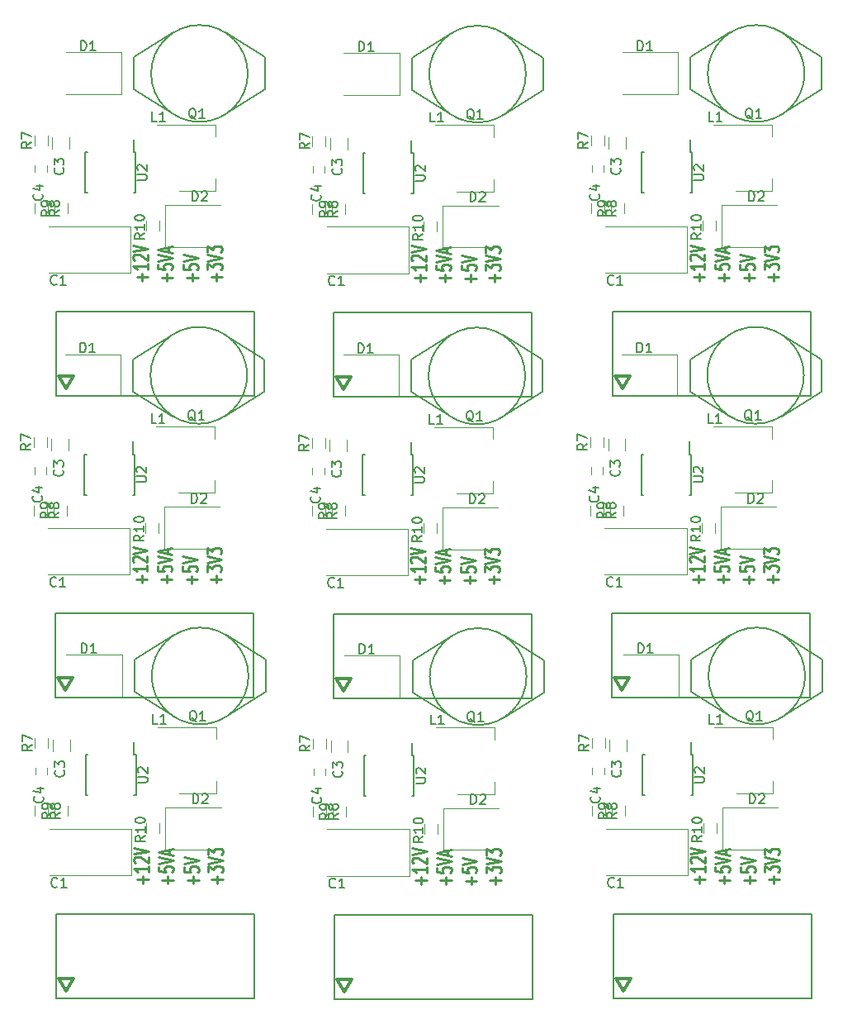
<source format=gto>
G04 #@! TF.FileFunction,Legend,Top*
%FSLAX46Y46*%
G04 Gerber Fmt 4.6, Leading zero omitted, Abs format (unit mm)*
G04 Created by KiCad (PCBNEW 4.0.5+dfsg1-4) date Wed Nov 21 21:13:56 2018*
%MOMM*%
%LPD*%
G01*
G04 APERTURE LIST*
%ADD10C,0.150000*%
%ADD11C,0.250000*%
%ADD12C,0.120000*%
%ADD13C,0.304800*%
G04 APERTURE END LIST*
D10*
D11*
X170287143Y-145398905D02*
X170287143Y-144637000D01*
X170858571Y-145017952D02*
X169715714Y-145017952D01*
X170858571Y-143637000D02*
X170858571Y-144208429D01*
X170858571Y-143922715D02*
X169358571Y-143922715D01*
X169572857Y-144017953D01*
X169715714Y-144113191D01*
X169787143Y-144208429D01*
X169501429Y-143256048D02*
X169430000Y-143208429D01*
X169358571Y-143113191D01*
X169358571Y-142875095D01*
X169430000Y-142779857D01*
X169501429Y-142732238D01*
X169644286Y-142684619D01*
X169787143Y-142684619D01*
X170001429Y-142732238D01*
X170858571Y-143303667D01*
X170858571Y-142684619D01*
X169358571Y-142398905D02*
X170858571Y-142065572D01*
X169358571Y-141732238D01*
X172827143Y-145414786D02*
X172827143Y-144652881D01*
X173398571Y-145033833D02*
X172255714Y-145033833D01*
X171898571Y-143700500D02*
X171898571Y-144176691D01*
X172612857Y-144224310D01*
X172541429Y-144176691D01*
X172470000Y-144081453D01*
X172470000Y-143843357D01*
X172541429Y-143748119D01*
X172612857Y-143700500D01*
X172755714Y-143652881D01*
X173112857Y-143652881D01*
X173255714Y-143700500D01*
X173327143Y-143748119D01*
X173398571Y-143843357D01*
X173398571Y-144081453D01*
X173327143Y-144176691D01*
X173255714Y-144224310D01*
X171898571Y-143367167D02*
X173398571Y-143033834D01*
X171898571Y-142700500D01*
X172970000Y-142414786D02*
X172970000Y-141938595D01*
X173398571Y-142510024D02*
X171898571Y-142176691D01*
X173398571Y-141843357D01*
X175430643Y-145430714D02*
X175430643Y-144668809D01*
X176002071Y-145049761D02*
X174859214Y-145049761D01*
X174502071Y-143716428D02*
X174502071Y-144192619D01*
X175216357Y-144240238D01*
X175144929Y-144192619D01*
X175073500Y-144097381D01*
X175073500Y-143859285D01*
X175144929Y-143764047D01*
X175216357Y-143716428D01*
X175359214Y-143668809D01*
X175716357Y-143668809D01*
X175859214Y-143716428D01*
X175930643Y-143764047D01*
X176002071Y-143859285D01*
X176002071Y-144097381D01*
X175930643Y-144192619D01*
X175859214Y-144240238D01*
X174502071Y-143383095D02*
X176002071Y-143049762D01*
X174502071Y-142716428D01*
X177907143Y-145398905D02*
X177907143Y-144637000D01*
X178478571Y-145017952D02*
X177335714Y-145017952D01*
X176978571Y-144256048D02*
X176978571Y-143637000D01*
X177550000Y-143970334D01*
X177550000Y-143827476D01*
X177621429Y-143732238D01*
X177692857Y-143684619D01*
X177835714Y-143637000D01*
X178192857Y-143637000D01*
X178335714Y-143684619D01*
X178407143Y-143732238D01*
X178478571Y-143827476D01*
X178478571Y-144113191D01*
X178407143Y-144208429D01*
X178335714Y-144256048D01*
X176978571Y-143351286D02*
X178478571Y-143017953D01*
X176978571Y-142684619D01*
X176978571Y-142446524D02*
X176978571Y-141827476D01*
X177550000Y-142160810D01*
X177550000Y-142017952D01*
X177621429Y-141922714D01*
X177692857Y-141875095D01*
X177835714Y-141827476D01*
X178192857Y-141827476D01*
X178335714Y-141875095D01*
X178407143Y-141922714D01*
X178478571Y-142017952D01*
X178478571Y-142303667D01*
X178407143Y-142398905D01*
X178335714Y-142446524D01*
X141712143Y-145462405D02*
X141712143Y-144700500D01*
X142283571Y-145081452D02*
X141140714Y-145081452D01*
X142283571Y-143700500D02*
X142283571Y-144271929D01*
X142283571Y-143986215D02*
X140783571Y-143986215D01*
X140997857Y-144081453D01*
X141140714Y-144176691D01*
X141212143Y-144271929D01*
X140926429Y-143319548D02*
X140855000Y-143271929D01*
X140783571Y-143176691D01*
X140783571Y-142938595D01*
X140855000Y-142843357D01*
X140926429Y-142795738D01*
X141069286Y-142748119D01*
X141212143Y-142748119D01*
X141426429Y-142795738D01*
X142283571Y-143367167D01*
X142283571Y-142748119D01*
X140783571Y-142462405D02*
X142283571Y-142129072D01*
X140783571Y-141795738D01*
X144252143Y-145478286D02*
X144252143Y-144716381D01*
X144823571Y-145097333D02*
X143680714Y-145097333D01*
X143323571Y-143764000D02*
X143323571Y-144240191D01*
X144037857Y-144287810D01*
X143966429Y-144240191D01*
X143895000Y-144144953D01*
X143895000Y-143906857D01*
X143966429Y-143811619D01*
X144037857Y-143764000D01*
X144180714Y-143716381D01*
X144537857Y-143716381D01*
X144680714Y-143764000D01*
X144752143Y-143811619D01*
X144823571Y-143906857D01*
X144823571Y-144144953D01*
X144752143Y-144240191D01*
X144680714Y-144287810D01*
X143323571Y-143430667D02*
X144823571Y-143097334D01*
X143323571Y-142764000D01*
X144395000Y-142478286D02*
X144395000Y-142002095D01*
X144823571Y-142573524D02*
X143323571Y-142240191D01*
X144823571Y-141906857D01*
X146855643Y-145494214D02*
X146855643Y-144732309D01*
X147427071Y-145113261D02*
X146284214Y-145113261D01*
X145927071Y-143779928D02*
X145927071Y-144256119D01*
X146641357Y-144303738D01*
X146569929Y-144256119D01*
X146498500Y-144160881D01*
X146498500Y-143922785D01*
X146569929Y-143827547D01*
X146641357Y-143779928D01*
X146784214Y-143732309D01*
X147141357Y-143732309D01*
X147284214Y-143779928D01*
X147355643Y-143827547D01*
X147427071Y-143922785D01*
X147427071Y-144160881D01*
X147355643Y-144256119D01*
X147284214Y-144303738D01*
X145927071Y-143446595D02*
X147427071Y-143113262D01*
X145927071Y-142779928D01*
X149332143Y-145462405D02*
X149332143Y-144700500D01*
X149903571Y-145081452D02*
X148760714Y-145081452D01*
X148403571Y-144319548D02*
X148403571Y-143700500D01*
X148975000Y-144033834D01*
X148975000Y-143890976D01*
X149046429Y-143795738D01*
X149117857Y-143748119D01*
X149260714Y-143700500D01*
X149617857Y-143700500D01*
X149760714Y-143748119D01*
X149832143Y-143795738D01*
X149903571Y-143890976D01*
X149903571Y-144176691D01*
X149832143Y-144271929D01*
X149760714Y-144319548D01*
X148403571Y-143414786D02*
X149903571Y-143081453D01*
X148403571Y-142748119D01*
X148403571Y-142510024D02*
X148403571Y-141890976D01*
X148975000Y-142224310D01*
X148975000Y-142081452D01*
X149046429Y-141986214D01*
X149117857Y-141938595D01*
X149260714Y-141890976D01*
X149617857Y-141890976D01*
X149760714Y-141938595D01*
X149832143Y-141986214D01*
X149903571Y-142081452D01*
X149903571Y-142367167D01*
X149832143Y-142462405D01*
X149760714Y-142510024D01*
X113200643Y-145398905D02*
X113200643Y-144637000D01*
X113772071Y-145017952D02*
X112629214Y-145017952D01*
X113772071Y-143637000D02*
X113772071Y-144208429D01*
X113772071Y-143922715D02*
X112272071Y-143922715D01*
X112486357Y-144017953D01*
X112629214Y-144113191D01*
X112700643Y-144208429D01*
X112414929Y-143256048D02*
X112343500Y-143208429D01*
X112272071Y-143113191D01*
X112272071Y-142875095D01*
X112343500Y-142779857D01*
X112414929Y-142732238D01*
X112557786Y-142684619D01*
X112700643Y-142684619D01*
X112914929Y-142732238D01*
X113772071Y-143303667D01*
X113772071Y-142684619D01*
X112272071Y-142398905D02*
X113772071Y-142065572D01*
X112272071Y-141732238D01*
X115740643Y-145414786D02*
X115740643Y-144652881D01*
X116312071Y-145033833D02*
X115169214Y-145033833D01*
X114812071Y-143700500D02*
X114812071Y-144176691D01*
X115526357Y-144224310D01*
X115454929Y-144176691D01*
X115383500Y-144081453D01*
X115383500Y-143843357D01*
X115454929Y-143748119D01*
X115526357Y-143700500D01*
X115669214Y-143652881D01*
X116026357Y-143652881D01*
X116169214Y-143700500D01*
X116240643Y-143748119D01*
X116312071Y-143843357D01*
X116312071Y-144081453D01*
X116240643Y-144176691D01*
X116169214Y-144224310D01*
X114812071Y-143367167D02*
X116312071Y-143033834D01*
X114812071Y-142700500D01*
X115883500Y-142414786D02*
X115883500Y-141938595D01*
X116312071Y-142510024D02*
X114812071Y-142176691D01*
X116312071Y-141843357D01*
X118344143Y-145430714D02*
X118344143Y-144668809D01*
X118915571Y-145049761D02*
X117772714Y-145049761D01*
X117415571Y-143716428D02*
X117415571Y-144192619D01*
X118129857Y-144240238D01*
X118058429Y-144192619D01*
X117987000Y-144097381D01*
X117987000Y-143859285D01*
X118058429Y-143764047D01*
X118129857Y-143716428D01*
X118272714Y-143668809D01*
X118629857Y-143668809D01*
X118772714Y-143716428D01*
X118844143Y-143764047D01*
X118915571Y-143859285D01*
X118915571Y-144097381D01*
X118844143Y-144192619D01*
X118772714Y-144240238D01*
X117415571Y-143383095D02*
X118915571Y-143049762D01*
X117415571Y-142716428D01*
X120820643Y-145398905D02*
X120820643Y-144637000D01*
X121392071Y-145017952D02*
X120249214Y-145017952D01*
X119892071Y-144256048D02*
X119892071Y-143637000D01*
X120463500Y-143970334D01*
X120463500Y-143827476D01*
X120534929Y-143732238D01*
X120606357Y-143684619D01*
X120749214Y-143637000D01*
X121106357Y-143637000D01*
X121249214Y-143684619D01*
X121320643Y-143732238D01*
X121392071Y-143827476D01*
X121392071Y-144113191D01*
X121320643Y-144208429D01*
X121249214Y-144256048D01*
X119892071Y-143351286D02*
X121392071Y-143017953D01*
X119892071Y-142684619D01*
X119892071Y-142446524D02*
X119892071Y-141827476D01*
X120463500Y-142160810D01*
X120463500Y-142017952D01*
X120534929Y-141922714D01*
X120606357Y-141875095D01*
X120749214Y-141827476D01*
X121106357Y-141827476D01*
X121249214Y-141875095D01*
X121320643Y-141922714D01*
X121392071Y-142017952D01*
X121392071Y-142303667D01*
X121320643Y-142398905D01*
X121249214Y-142446524D01*
X120693643Y-114601405D02*
X120693643Y-113839500D01*
X121265071Y-114220452D02*
X120122214Y-114220452D01*
X119765071Y-113458548D02*
X119765071Y-112839500D01*
X120336500Y-113172834D01*
X120336500Y-113029976D01*
X120407929Y-112934738D01*
X120479357Y-112887119D01*
X120622214Y-112839500D01*
X120979357Y-112839500D01*
X121122214Y-112887119D01*
X121193643Y-112934738D01*
X121265071Y-113029976D01*
X121265071Y-113315691D01*
X121193643Y-113410929D01*
X121122214Y-113458548D01*
X119765071Y-112553786D02*
X121265071Y-112220453D01*
X119765071Y-111887119D01*
X119765071Y-111649024D02*
X119765071Y-111029976D01*
X120336500Y-111363310D01*
X120336500Y-111220452D01*
X120407929Y-111125214D01*
X120479357Y-111077595D01*
X120622214Y-111029976D01*
X120979357Y-111029976D01*
X121122214Y-111077595D01*
X121193643Y-111125214D01*
X121265071Y-111220452D01*
X121265071Y-111506167D01*
X121193643Y-111601405D01*
X121122214Y-111649024D01*
X118217143Y-114633214D02*
X118217143Y-113871309D01*
X118788571Y-114252261D02*
X117645714Y-114252261D01*
X117288571Y-112918928D02*
X117288571Y-113395119D01*
X118002857Y-113442738D01*
X117931429Y-113395119D01*
X117860000Y-113299881D01*
X117860000Y-113061785D01*
X117931429Y-112966547D01*
X118002857Y-112918928D01*
X118145714Y-112871309D01*
X118502857Y-112871309D01*
X118645714Y-112918928D01*
X118717143Y-112966547D01*
X118788571Y-113061785D01*
X118788571Y-113299881D01*
X118717143Y-113395119D01*
X118645714Y-113442738D01*
X117288571Y-112585595D02*
X118788571Y-112252262D01*
X117288571Y-111918928D01*
X115613643Y-114617286D02*
X115613643Y-113855381D01*
X116185071Y-114236333D02*
X115042214Y-114236333D01*
X114685071Y-112903000D02*
X114685071Y-113379191D01*
X115399357Y-113426810D01*
X115327929Y-113379191D01*
X115256500Y-113283953D01*
X115256500Y-113045857D01*
X115327929Y-112950619D01*
X115399357Y-112903000D01*
X115542214Y-112855381D01*
X115899357Y-112855381D01*
X116042214Y-112903000D01*
X116113643Y-112950619D01*
X116185071Y-113045857D01*
X116185071Y-113283953D01*
X116113643Y-113379191D01*
X116042214Y-113426810D01*
X114685071Y-112569667D02*
X116185071Y-112236334D01*
X114685071Y-111903000D01*
X115756500Y-111617286D02*
X115756500Y-111141095D01*
X116185071Y-111712524D02*
X114685071Y-111379191D01*
X116185071Y-111045857D01*
X113073643Y-114601405D02*
X113073643Y-113839500D01*
X113645071Y-114220452D02*
X112502214Y-114220452D01*
X113645071Y-112839500D02*
X113645071Y-113410929D01*
X113645071Y-113125215D02*
X112145071Y-113125215D01*
X112359357Y-113220453D01*
X112502214Y-113315691D01*
X112573643Y-113410929D01*
X112287929Y-112458548D02*
X112216500Y-112410929D01*
X112145071Y-112315691D01*
X112145071Y-112077595D01*
X112216500Y-111982357D01*
X112287929Y-111934738D01*
X112430786Y-111887119D01*
X112573643Y-111887119D01*
X112787929Y-111934738D01*
X113645071Y-112506167D01*
X113645071Y-111887119D01*
X112145071Y-111601405D02*
X113645071Y-111268072D01*
X112145071Y-110934738D01*
X149205143Y-114664905D02*
X149205143Y-113903000D01*
X149776571Y-114283952D02*
X148633714Y-114283952D01*
X148276571Y-113522048D02*
X148276571Y-112903000D01*
X148848000Y-113236334D01*
X148848000Y-113093476D01*
X148919429Y-112998238D01*
X148990857Y-112950619D01*
X149133714Y-112903000D01*
X149490857Y-112903000D01*
X149633714Y-112950619D01*
X149705143Y-112998238D01*
X149776571Y-113093476D01*
X149776571Y-113379191D01*
X149705143Y-113474429D01*
X149633714Y-113522048D01*
X148276571Y-112617286D02*
X149776571Y-112283953D01*
X148276571Y-111950619D01*
X148276571Y-111712524D02*
X148276571Y-111093476D01*
X148848000Y-111426810D01*
X148848000Y-111283952D01*
X148919429Y-111188714D01*
X148990857Y-111141095D01*
X149133714Y-111093476D01*
X149490857Y-111093476D01*
X149633714Y-111141095D01*
X149705143Y-111188714D01*
X149776571Y-111283952D01*
X149776571Y-111569667D01*
X149705143Y-111664905D01*
X149633714Y-111712524D01*
X146728643Y-114696714D02*
X146728643Y-113934809D01*
X147300071Y-114315761D02*
X146157214Y-114315761D01*
X145800071Y-112982428D02*
X145800071Y-113458619D01*
X146514357Y-113506238D01*
X146442929Y-113458619D01*
X146371500Y-113363381D01*
X146371500Y-113125285D01*
X146442929Y-113030047D01*
X146514357Y-112982428D01*
X146657214Y-112934809D01*
X147014357Y-112934809D01*
X147157214Y-112982428D01*
X147228643Y-113030047D01*
X147300071Y-113125285D01*
X147300071Y-113363381D01*
X147228643Y-113458619D01*
X147157214Y-113506238D01*
X145800071Y-112649095D02*
X147300071Y-112315762D01*
X145800071Y-111982428D01*
X144125143Y-114680786D02*
X144125143Y-113918881D01*
X144696571Y-114299833D02*
X143553714Y-114299833D01*
X143196571Y-112966500D02*
X143196571Y-113442691D01*
X143910857Y-113490310D01*
X143839429Y-113442691D01*
X143768000Y-113347453D01*
X143768000Y-113109357D01*
X143839429Y-113014119D01*
X143910857Y-112966500D01*
X144053714Y-112918881D01*
X144410857Y-112918881D01*
X144553714Y-112966500D01*
X144625143Y-113014119D01*
X144696571Y-113109357D01*
X144696571Y-113347453D01*
X144625143Y-113442691D01*
X144553714Y-113490310D01*
X143196571Y-112633167D02*
X144696571Y-112299834D01*
X143196571Y-111966500D01*
X144268000Y-111680786D02*
X144268000Y-111204595D01*
X144696571Y-111776024D02*
X143196571Y-111442691D01*
X144696571Y-111109357D01*
X141585143Y-114664905D02*
X141585143Y-113903000D01*
X142156571Y-114283952D02*
X141013714Y-114283952D01*
X142156571Y-112903000D02*
X142156571Y-113474429D01*
X142156571Y-113188715D02*
X140656571Y-113188715D01*
X140870857Y-113283953D01*
X141013714Y-113379191D01*
X141085143Y-113474429D01*
X140799429Y-112522048D02*
X140728000Y-112474429D01*
X140656571Y-112379191D01*
X140656571Y-112141095D01*
X140728000Y-112045857D01*
X140799429Y-111998238D01*
X140942286Y-111950619D01*
X141085143Y-111950619D01*
X141299429Y-111998238D01*
X142156571Y-112569667D01*
X142156571Y-111950619D01*
X140656571Y-111664905D02*
X142156571Y-111331572D01*
X140656571Y-110998238D01*
X177780143Y-114601405D02*
X177780143Y-113839500D01*
X178351571Y-114220452D02*
X177208714Y-114220452D01*
X176851571Y-113458548D02*
X176851571Y-112839500D01*
X177423000Y-113172834D01*
X177423000Y-113029976D01*
X177494429Y-112934738D01*
X177565857Y-112887119D01*
X177708714Y-112839500D01*
X178065857Y-112839500D01*
X178208714Y-112887119D01*
X178280143Y-112934738D01*
X178351571Y-113029976D01*
X178351571Y-113315691D01*
X178280143Y-113410929D01*
X178208714Y-113458548D01*
X176851571Y-112553786D02*
X178351571Y-112220453D01*
X176851571Y-111887119D01*
X176851571Y-111649024D02*
X176851571Y-111029976D01*
X177423000Y-111363310D01*
X177423000Y-111220452D01*
X177494429Y-111125214D01*
X177565857Y-111077595D01*
X177708714Y-111029976D01*
X178065857Y-111029976D01*
X178208714Y-111077595D01*
X178280143Y-111125214D01*
X178351571Y-111220452D01*
X178351571Y-111506167D01*
X178280143Y-111601405D01*
X178208714Y-111649024D01*
X175303643Y-114633214D02*
X175303643Y-113871309D01*
X175875071Y-114252261D02*
X174732214Y-114252261D01*
X174375071Y-112918928D02*
X174375071Y-113395119D01*
X175089357Y-113442738D01*
X175017929Y-113395119D01*
X174946500Y-113299881D01*
X174946500Y-113061785D01*
X175017929Y-112966547D01*
X175089357Y-112918928D01*
X175232214Y-112871309D01*
X175589357Y-112871309D01*
X175732214Y-112918928D01*
X175803643Y-112966547D01*
X175875071Y-113061785D01*
X175875071Y-113299881D01*
X175803643Y-113395119D01*
X175732214Y-113442738D01*
X174375071Y-112585595D02*
X175875071Y-112252262D01*
X174375071Y-111918928D01*
X172700143Y-114617286D02*
X172700143Y-113855381D01*
X173271571Y-114236333D02*
X172128714Y-114236333D01*
X171771571Y-112903000D02*
X171771571Y-113379191D01*
X172485857Y-113426810D01*
X172414429Y-113379191D01*
X172343000Y-113283953D01*
X172343000Y-113045857D01*
X172414429Y-112950619D01*
X172485857Y-112903000D01*
X172628714Y-112855381D01*
X172985857Y-112855381D01*
X173128714Y-112903000D01*
X173200143Y-112950619D01*
X173271571Y-113045857D01*
X173271571Y-113283953D01*
X173200143Y-113379191D01*
X173128714Y-113426810D01*
X171771571Y-112569667D02*
X173271571Y-112236334D01*
X171771571Y-111903000D01*
X172843000Y-111617286D02*
X172843000Y-111141095D01*
X173271571Y-111712524D02*
X171771571Y-111379191D01*
X173271571Y-111045857D01*
X170160143Y-114601405D02*
X170160143Y-113839500D01*
X170731571Y-114220452D02*
X169588714Y-114220452D01*
X170731571Y-112839500D02*
X170731571Y-113410929D01*
X170731571Y-113125215D02*
X169231571Y-113125215D01*
X169445857Y-113220453D01*
X169588714Y-113315691D01*
X169660143Y-113410929D01*
X169374429Y-112458548D02*
X169303000Y-112410929D01*
X169231571Y-112315691D01*
X169231571Y-112077595D01*
X169303000Y-111982357D01*
X169374429Y-111934738D01*
X169517286Y-111887119D01*
X169660143Y-111887119D01*
X169874429Y-111934738D01*
X170731571Y-112506167D01*
X170731571Y-111887119D01*
X169231571Y-111601405D02*
X170731571Y-111268072D01*
X169231571Y-110934738D01*
X170223643Y-83676905D02*
X170223643Y-82915000D01*
X170795071Y-83295952D02*
X169652214Y-83295952D01*
X170795071Y-81915000D02*
X170795071Y-82486429D01*
X170795071Y-82200715D02*
X169295071Y-82200715D01*
X169509357Y-82295953D01*
X169652214Y-82391191D01*
X169723643Y-82486429D01*
X169437929Y-81534048D02*
X169366500Y-81486429D01*
X169295071Y-81391191D01*
X169295071Y-81153095D01*
X169366500Y-81057857D01*
X169437929Y-81010238D01*
X169580786Y-80962619D01*
X169723643Y-80962619D01*
X169937929Y-81010238D01*
X170795071Y-81581667D01*
X170795071Y-80962619D01*
X169295071Y-80676905D02*
X170795071Y-80343572D01*
X169295071Y-80010238D01*
X172763643Y-83692786D02*
X172763643Y-82930881D01*
X173335071Y-83311833D02*
X172192214Y-83311833D01*
X171835071Y-81978500D02*
X171835071Y-82454691D01*
X172549357Y-82502310D01*
X172477929Y-82454691D01*
X172406500Y-82359453D01*
X172406500Y-82121357D01*
X172477929Y-82026119D01*
X172549357Y-81978500D01*
X172692214Y-81930881D01*
X173049357Y-81930881D01*
X173192214Y-81978500D01*
X173263643Y-82026119D01*
X173335071Y-82121357D01*
X173335071Y-82359453D01*
X173263643Y-82454691D01*
X173192214Y-82502310D01*
X171835071Y-81645167D02*
X173335071Y-81311834D01*
X171835071Y-80978500D01*
X172906500Y-80692786D02*
X172906500Y-80216595D01*
X173335071Y-80788024D02*
X171835071Y-80454691D01*
X173335071Y-80121357D01*
X175367143Y-83708714D02*
X175367143Y-82946809D01*
X175938571Y-83327761D02*
X174795714Y-83327761D01*
X174438571Y-81994428D02*
X174438571Y-82470619D01*
X175152857Y-82518238D01*
X175081429Y-82470619D01*
X175010000Y-82375381D01*
X175010000Y-82137285D01*
X175081429Y-82042047D01*
X175152857Y-81994428D01*
X175295714Y-81946809D01*
X175652857Y-81946809D01*
X175795714Y-81994428D01*
X175867143Y-82042047D01*
X175938571Y-82137285D01*
X175938571Y-82375381D01*
X175867143Y-82470619D01*
X175795714Y-82518238D01*
X174438571Y-81661095D02*
X175938571Y-81327762D01*
X174438571Y-80994428D01*
X177843643Y-83676905D02*
X177843643Y-82915000D01*
X178415071Y-83295952D02*
X177272214Y-83295952D01*
X176915071Y-82534048D02*
X176915071Y-81915000D01*
X177486500Y-82248334D01*
X177486500Y-82105476D01*
X177557929Y-82010238D01*
X177629357Y-81962619D01*
X177772214Y-81915000D01*
X178129357Y-81915000D01*
X178272214Y-81962619D01*
X178343643Y-82010238D01*
X178415071Y-82105476D01*
X178415071Y-82391191D01*
X178343643Y-82486429D01*
X178272214Y-82534048D01*
X176915071Y-81629286D02*
X178415071Y-81295953D01*
X176915071Y-80962619D01*
X176915071Y-80724524D02*
X176915071Y-80105476D01*
X177486500Y-80438810D01*
X177486500Y-80295952D01*
X177557929Y-80200714D01*
X177629357Y-80153095D01*
X177772214Y-80105476D01*
X178129357Y-80105476D01*
X178272214Y-80153095D01*
X178343643Y-80200714D01*
X178415071Y-80295952D01*
X178415071Y-80581667D01*
X178343643Y-80676905D01*
X178272214Y-80724524D01*
X141648643Y-83740405D02*
X141648643Y-82978500D01*
X142220071Y-83359452D02*
X141077214Y-83359452D01*
X142220071Y-81978500D02*
X142220071Y-82549929D01*
X142220071Y-82264215D02*
X140720071Y-82264215D01*
X140934357Y-82359453D01*
X141077214Y-82454691D01*
X141148643Y-82549929D01*
X140862929Y-81597548D02*
X140791500Y-81549929D01*
X140720071Y-81454691D01*
X140720071Y-81216595D01*
X140791500Y-81121357D01*
X140862929Y-81073738D01*
X141005786Y-81026119D01*
X141148643Y-81026119D01*
X141362929Y-81073738D01*
X142220071Y-81645167D01*
X142220071Y-81026119D01*
X140720071Y-80740405D02*
X142220071Y-80407072D01*
X140720071Y-80073738D01*
X144188643Y-83756286D02*
X144188643Y-82994381D01*
X144760071Y-83375333D02*
X143617214Y-83375333D01*
X143260071Y-82042000D02*
X143260071Y-82518191D01*
X143974357Y-82565810D01*
X143902929Y-82518191D01*
X143831500Y-82422953D01*
X143831500Y-82184857D01*
X143902929Y-82089619D01*
X143974357Y-82042000D01*
X144117214Y-81994381D01*
X144474357Y-81994381D01*
X144617214Y-82042000D01*
X144688643Y-82089619D01*
X144760071Y-82184857D01*
X144760071Y-82422953D01*
X144688643Y-82518191D01*
X144617214Y-82565810D01*
X143260071Y-81708667D02*
X144760071Y-81375334D01*
X143260071Y-81042000D01*
X144331500Y-80756286D02*
X144331500Y-80280095D01*
X144760071Y-80851524D02*
X143260071Y-80518191D01*
X144760071Y-80184857D01*
X146792143Y-83772214D02*
X146792143Y-83010309D01*
X147363571Y-83391261D02*
X146220714Y-83391261D01*
X145863571Y-82057928D02*
X145863571Y-82534119D01*
X146577857Y-82581738D01*
X146506429Y-82534119D01*
X146435000Y-82438881D01*
X146435000Y-82200785D01*
X146506429Y-82105547D01*
X146577857Y-82057928D01*
X146720714Y-82010309D01*
X147077857Y-82010309D01*
X147220714Y-82057928D01*
X147292143Y-82105547D01*
X147363571Y-82200785D01*
X147363571Y-82438881D01*
X147292143Y-82534119D01*
X147220714Y-82581738D01*
X145863571Y-81724595D02*
X147363571Y-81391262D01*
X145863571Y-81057928D01*
X149268643Y-83740405D02*
X149268643Y-82978500D01*
X149840071Y-83359452D02*
X148697214Y-83359452D01*
X148340071Y-82597548D02*
X148340071Y-81978500D01*
X148911500Y-82311834D01*
X148911500Y-82168976D01*
X148982929Y-82073738D01*
X149054357Y-82026119D01*
X149197214Y-81978500D01*
X149554357Y-81978500D01*
X149697214Y-82026119D01*
X149768643Y-82073738D01*
X149840071Y-82168976D01*
X149840071Y-82454691D01*
X149768643Y-82549929D01*
X149697214Y-82597548D01*
X148340071Y-81692786D02*
X149840071Y-81359453D01*
X148340071Y-81026119D01*
X148340071Y-80788024D02*
X148340071Y-80168976D01*
X148911500Y-80502310D01*
X148911500Y-80359452D01*
X148982929Y-80264214D01*
X149054357Y-80216595D01*
X149197214Y-80168976D01*
X149554357Y-80168976D01*
X149697214Y-80216595D01*
X149768643Y-80264214D01*
X149840071Y-80359452D01*
X149840071Y-80645167D01*
X149768643Y-80740405D01*
X149697214Y-80788024D01*
X113137143Y-83676905D02*
X113137143Y-82915000D01*
X113708571Y-83295952D02*
X112565714Y-83295952D01*
X113708571Y-81915000D02*
X113708571Y-82486429D01*
X113708571Y-82200715D02*
X112208571Y-82200715D01*
X112422857Y-82295953D01*
X112565714Y-82391191D01*
X112637143Y-82486429D01*
X112351429Y-81534048D02*
X112280000Y-81486429D01*
X112208571Y-81391191D01*
X112208571Y-81153095D01*
X112280000Y-81057857D01*
X112351429Y-81010238D01*
X112494286Y-80962619D01*
X112637143Y-80962619D01*
X112851429Y-81010238D01*
X113708571Y-81581667D01*
X113708571Y-80962619D01*
X112208571Y-80676905D02*
X113708571Y-80343572D01*
X112208571Y-80010238D01*
X115677143Y-83692786D02*
X115677143Y-82930881D01*
X116248571Y-83311833D02*
X115105714Y-83311833D01*
X114748571Y-81978500D02*
X114748571Y-82454691D01*
X115462857Y-82502310D01*
X115391429Y-82454691D01*
X115320000Y-82359453D01*
X115320000Y-82121357D01*
X115391429Y-82026119D01*
X115462857Y-81978500D01*
X115605714Y-81930881D01*
X115962857Y-81930881D01*
X116105714Y-81978500D01*
X116177143Y-82026119D01*
X116248571Y-82121357D01*
X116248571Y-82359453D01*
X116177143Y-82454691D01*
X116105714Y-82502310D01*
X114748571Y-81645167D02*
X116248571Y-81311834D01*
X114748571Y-80978500D01*
X115820000Y-80692786D02*
X115820000Y-80216595D01*
X116248571Y-80788024D02*
X114748571Y-80454691D01*
X116248571Y-80121357D01*
X118280643Y-83708714D02*
X118280643Y-82946809D01*
X118852071Y-83327761D02*
X117709214Y-83327761D01*
X117352071Y-81994428D02*
X117352071Y-82470619D01*
X118066357Y-82518238D01*
X117994929Y-82470619D01*
X117923500Y-82375381D01*
X117923500Y-82137285D01*
X117994929Y-82042047D01*
X118066357Y-81994428D01*
X118209214Y-81946809D01*
X118566357Y-81946809D01*
X118709214Y-81994428D01*
X118780643Y-82042047D01*
X118852071Y-82137285D01*
X118852071Y-82375381D01*
X118780643Y-82470619D01*
X118709214Y-82518238D01*
X117352071Y-81661095D02*
X118852071Y-81327762D01*
X117352071Y-80994428D01*
X120757143Y-83676905D02*
X120757143Y-82915000D01*
X121328571Y-83295952D02*
X120185714Y-83295952D01*
X119828571Y-82534048D02*
X119828571Y-81915000D01*
X120400000Y-82248334D01*
X120400000Y-82105476D01*
X120471429Y-82010238D01*
X120542857Y-81962619D01*
X120685714Y-81915000D01*
X121042857Y-81915000D01*
X121185714Y-81962619D01*
X121257143Y-82010238D01*
X121328571Y-82105476D01*
X121328571Y-82391191D01*
X121257143Y-82486429D01*
X121185714Y-82534048D01*
X119828571Y-81629286D02*
X121328571Y-81295953D01*
X119828571Y-80962619D01*
X119828571Y-80724524D02*
X119828571Y-80105476D01*
X120400000Y-80438810D01*
X120400000Y-80295952D01*
X120471429Y-80200714D01*
X120542857Y-80153095D01*
X120685714Y-80105476D01*
X121042857Y-80105476D01*
X121185714Y-80153095D01*
X121257143Y-80200714D01*
X121328571Y-80295952D01*
X121328571Y-80581667D01*
X121257143Y-80676905D01*
X121185714Y-80724524D01*
D12*
X162805000Y-130654500D02*
X162805000Y-131854500D01*
X161045000Y-131854500D02*
X161045000Y-130654500D01*
D10*
X169580000Y-132227500D02*
X169380000Y-132227500D01*
X169580000Y-136377500D02*
X169380000Y-136377500D01*
X164430000Y-136377500D02*
X164630000Y-136377500D01*
X164430000Y-132227500D02*
X164630000Y-132227500D01*
X169580000Y-132227500D02*
X169580000Y-136377500D01*
X164430000Y-132227500D02*
X164430000Y-136377500D01*
X169380000Y-132227500D02*
X169380000Y-130927500D01*
D12*
X172003000Y-139263500D02*
X172003000Y-140263500D01*
X170643000Y-140263500D02*
X170643000Y-139263500D01*
X162605000Y-137485500D02*
X162605000Y-138485500D01*
X161245000Y-138485500D02*
X161245000Y-137485500D01*
X159213000Y-138485500D02*
X159213000Y-137485500D01*
X160573000Y-137485500D02*
X160573000Y-138485500D01*
X160573000Y-130500500D02*
X160573000Y-131500500D01*
X159213000Y-131500500D02*
X159213000Y-130500500D01*
D10*
X181108509Y-124142500D02*
G75*
G03X181108509Y-124142500I-4959509J0D01*
G01*
X182880000Y-125793500D02*
X178816000Y-128333500D01*
X182880000Y-122491500D02*
X178816000Y-119951500D01*
X182880000Y-122491500D02*
X182880000Y-125793500D01*
X169418000Y-125793500D02*
X173482000Y-128333500D01*
X169418000Y-122491500D02*
X169418000Y-125793500D01*
X169418000Y-122491500D02*
X173482000Y-119951500D01*
D12*
X172599000Y-137613500D02*
X172599000Y-141913500D01*
X172599000Y-141913500D02*
X178299000Y-141913500D01*
X172599000Y-137613500D02*
X178299000Y-137613500D01*
X168142000Y-126292500D02*
X168142000Y-121992500D01*
X168142000Y-121992500D02*
X162442000Y-121992500D01*
X168142000Y-126292500D02*
X162442000Y-126292500D01*
X160493000Y-133571500D02*
X160493000Y-134271500D01*
X159293000Y-134271500D02*
X159293000Y-133571500D01*
X169088000Y-144576500D02*
X160688000Y-144576500D01*
X169088000Y-139776500D02*
X160688000Y-139776500D01*
X169088000Y-144576500D02*
X169088000Y-139776500D01*
X177805000Y-136188500D02*
X177805000Y-134928500D01*
X177805000Y-129368500D02*
X177805000Y-130628500D01*
X174045000Y-136188500D02*
X177805000Y-136188500D01*
X171795000Y-129368500D02*
X177805000Y-129368500D01*
X134230000Y-130718000D02*
X134230000Y-131918000D01*
X132470000Y-131918000D02*
X132470000Y-130718000D01*
D10*
X141005000Y-132291000D02*
X140805000Y-132291000D01*
X141005000Y-136441000D02*
X140805000Y-136441000D01*
X135855000Y-136441000D02*
X136055000Y-136441000D01*
X135855000Y-132291000D02*
X136055000Y-132291000D01*
X141005000Y-132291000D02*
X141005000Y-136441000D01*
X135855000Y-132291000D02*
X135855000Y-136441000D01*
X140805000Y-132291000D02*
X140805000Y-130991000D01*
D12*
X143428000Y-139327000D02*
X143428000Y-140327000D01*
X142068000Y-140327000D02*
X142068000Y-139327000D01*
X134030000Y-137549000D02*
X134030000Y-138549000D01*
X132670000Y-138549000D02*
X132670000Y-137549000D01*
X130638000Y-138549000D02*
X130638000Y-137549000D01*
X131998000Y-137549000D02*
X131998000Y-138549000D01*
X131998000Y-130564000D02*
X131998000Y-131564000D01*
X130638000Y-131564000D02*
X130638000Y-130564000D01*
D10*
X152533509Y-124206000D02*
G75*
G03X152533509Y-124206000I-4959509J0D01*
G01*
X154305000Y-125857000D02*
X150241000Y-128397000D01*
X154305000Y-122555000D02*
X150241000Y-120015000D01*
X154305000Y-122555000D02*
X154305000Y-125857000D01*
X140843000Y-125857000D02*
X144907000Y-128397000D01*
X140843000Y-122555000D02*
X140843000Y-125857000D01*
X140843000Y-122555000D02*
X144907000Y-120015000D01*
D12*
X144024000Y-137677000D02*
X144024000Y-141977000D01*
X144024000Y-141977000D02*
X149724000Y-141977000D01*
X144024000Y-137677000D02*
X149724000Y-137677000D01*
X139567000Y-126356000D02*
X139567000Y-122056000D01*
X139567000Y-122056000D02*
X133867000Y-122056000D01*
X139567000Y-126356000D02*
X133867000Y-126356000D01*
X131918000Y-133635000D02*
X131918000Y-134335000D01*
X130718000Y-134335000D02*
X130718000Y-133635000D01*
X140513000Y-144640000D02*
X132113000Y-144640000D01*
X140513000Y-139840000D02*
X132113000Y-139840000D01*
X140513000Y-144640000D02*
X140513000Y-139840000D01*
X149230000Y-136252000D02*
X149230000Y-134992000D01*
X149230000Y-129432000D02*
X149230000Y-130692000D01*
X145470000Y-136252000D02*
X149230000Y-136252000D01*
X143220000Y-129432000D02*
X149230000Y-129432000D01*
X105718500Y-130654500D02*
X105718500Y-131854500D01*
X103958500Y-131854500D02*
X103958500Y-130654500D01*
D10*
X112493500Y-132227500D02*
X112293500Y-132227500D01*
X112493500Y-136377500D02*
X112293500Y-136377500D01*
X107343500Y-136377500D02*
X107543500Y-136377500D01*
X107343500Y-132227500D02*
X107543500Y-132227500D01*
X112493500Y-132227500D02*
X112493500Y-136377500D01*
X107343500Y-132227500D02*
X107343500Y-136377500D01*
X112293500Y-132227500D02*
X112293500Y-130927500D01*
D12*
X114916500Y-139263500D02*
X114916500Y-140263500D01*
X113556500Y-140263500D02*
X113556500Y-139263500D01*
X105518500Y-137485500D02*
X105518500Y-138485500D01*
X104158500Y-138485500D02*
X104158500Y-137485500D01*
X102126500Y-138485500D02*
X102126500Y-137485500D01*
X103486500Y-137485500D02*
X103486500Y-138485500D01*
X103486500Y-130500500D02*
X103486500Y-131500500D01*
X102126500Y-131500500D02*
X102126500Y-130500500D01*
D10*
X124022009Y-124142500D02*
G75*
G03X124022009Y-124142500I-4959509J0D01*
G01*
X125793500Y-125793500D02*
X121729500Y-128333500D01*
X125793500Y-122491500D02*
X121729500Y-119951500D01*
X125793500Y-122491500D02*
X125793500Y-125793500D01*
X112331500Y-125793500D02*
X116395500Y-128333500D01*
X112331500Y-122491500D02*
X112331500Y-125793500D01*
X112331500Y-122491500D02*
X116395500Y-119951500D01*
D12*
X115512500Y-137613500D02*
X115512500Y-141913500D01*
X115512500Y-141913500D02*
X121212500Y-141913500D01*
X115512500Y-137613500D02*
X121212500Y-137613500D01*
X111055500Y-126292500D02*
X111055500Y-121992500D01*
X111055500Y-121992500D02*
X105355500Y-121992500D01*
X111055500Y-126292500D02*
X105355500Y-126292500D01*
X103406500Y-133571500D02*
X103406500Y-134271500D01*
X102206500Y-134271500D02*
X102206500Y-133571500D01*
X112001500Y-144576500D02*
X103601500Y-144576500D01*
X112001500Y-139776500D02*
X103601500Y-139776500D01*
X112001500Y-144576500D02*
X112001500Y-139776500D01*
X120718500Y-136188500D02*
X120718500Y-134928500D01*
X120718500Y-129368500D02*
X120718500Y-130628500D01*
X116958500Y-136188500D02*
X120718500Y-136188500D01*
X114708500Y-129368500D02*
X120718500Y-129368500D01*
X120591500Y-105391000D02*
X120591500Y-104131000D01*
X120591500Y-98571000D02*
X120591500Y-99831000D01*
X116831500Y-105391000D02*
X120591500Y-105391000D01*
X114581500Y-98571000D02*
X120591500Y-98571000D01*
X111874500Y-113779000D02*
X103474500Y-113779000D01*
X111874500Y-108979000D02*
X103474500Y-108979000D01*
X111874500Y-113779000D02*
X111874500Y-108979000D01*
X103279500Y-102774000D02*
X103279500Y-103474000D01*
X102079500Y-103474000D02*
X102079500Y-102774000D01*
X110928500Y-95495000D02*
X110928500Y-91195000D01*
X110928500Y-91195000D02*
X105228500Y-91195000D01*
X110928500Y-95495000D02*
X105228500Y-95495000D01*
X115385500Y-106816000D02*
X115385500Y-111116000D01*
X115385500Y-111116000D02*
X121085500Y-111116000D01*
X115385500Y-106816000D02*
X121085500Y-106816000D01*
D10*
X123895009Y-93345000D02*
G75*
G03X123895009Y-93345000I-4959509J0D01*
G01*
X125666500Y-94996000D02*
X121602500Y-97536000D01*
X125666500Y-91694000D02*
X121602500Y-89154000D01*
X125666500Y-91694000D02*
X125666500Y-94996000D01*
X112204500Y-94996000D02*
X116268500Y-97536000D01*
X112204500Y-91694000D02*
X112204500Y-94996000D01*
X112204500Y-91694000D02*
X116268500Y-89154000D01*
D12*
X103359500Y-99703000D02*
X103359500Y-100703000D01*
X101999500Y-100703000D02*
X101999500Y-99703000D01*
X101999500Y-107688000D02*
X101999500Y-106688000D01*
X103359500Y-106688000D02*
X103359500Y-107688000D01*
X105391500Y-106688000D02*
X105391500Y-107688000D01*
X104031500Y-107688000D02*
X104031500Y-106688000D01*
X114789500Y-108466000D02*
X114789500Y-109466000D01*
X113429500Y-109466000D02*
X113429500Y-108466000D01*
D10*
X112366500Y-101430000D02*
X112166500Y-101430000D01*
X112366500Y-105580000D02*
X112166500Y-105580000D01*
X107216500Y-105580000D02*
X107416500Y-105580000D01*
X107216500Y-101430000D02*
X107416500Y-101430000D01*
X112366500Y-101430000D02*
X112366500Y-105580000D01*
X107216500Y-101430000D02*
X107216500Y-105580000D01*
X112166500Y-101430000D02*
X112166500Y-100130000D01*
D12*
X105591500Y-99857000D02*
X105591500Y-101057000D01*
X103831500Y-101057000D02*
X103831500Y-99857000D01*
X149103000Y-105454500D02*
X149103000Y-104194500D01*
X149103000Y-98634500D02*
X149103000Y-99894500D01*
X145343000Y-105454500D02*
X149103000Y-105454500D01*
X143093000Y-98634500D02*
X149103000Y-98634500D01*
X140386000Y-113842500D02*
X131986000Y-113842500D01*
X140386000Y-109042500D02*
X131986000Y-109042500D01*
X140386000Y-113842500D02*
X140386000Y-109042500D01*
X131791000Y-102837500D02*
X131791000Y-103537500D01*
X130591000Y-103537500D02*
X130591000Y-102837500D01*
X139440000Y-95558500D02*
X139440000Y-91258500D01*
X139440000Y-91258500D02*
X133740000Y-91258500D01*
X139440000Y-95558500D02*
X133740000Y-95558500D01*
X143897000Y-106879500D02*
X143897000Y-111179500D01*
X143897000Y-111179500D02*
X149597000Y-111179500D01*
X143897000Y-106879500D02*
X149597000Y-106879500D01*
D10*
X152406509Y-93408500D02*
G75*
G03X152406509Y-93408500I-4959509J0D01*
G01*
X154178000Y-95059500D02*
X150114000Y-97599500D01*
X154178000Y-91757500D02*
X150114000Y-89217500D01*
X154178000Y-91757500D02*
X154178000Y-95059500D01*
X140716000Y-95059500D02*
X144780000Y-97599500D01*
X140716000Y-91757500D02*
X140716000Y-95059500D01*
X140716000Y-91757500D02*
X144780000Y-89217500D01*
D12*
X131871000Y-99766500D02*
X131871000Y-100766500D01*
X130511000Y-100766500D02*
X130511000Y-99766500D01*
X130511000Y-107751500D02*
X130511000Y-106751500D01*
X131871000Y-106751500D02*
X131871000Y-107751500D01*
X133903000Y-106751500D02*
X133903000Y-107751500D01*
X132543000Y-107751500D02*
X132543000Y-106751500D01*
X143301000Y-108529500D02*
X143301000Y-109529500D01*
X141941000Y-109529500D02*
X141941000Y-108529500D01*
D10*
X140878000Y-101493500D02*
X140678000Y-101493500D01*
X140878000Y-105643500D02*
X140678000Y-105643500D01*
X135728000Y-105643500D02*
X135928000Y-105643500D01*
X135728000Y-101493500D02*
X135928000Y-101493500D01*
X140878000Y-101493500D02*
X140878000Y-105643500D01*
X135728000Y-101493500D02*
X135728000Y-105643500D01*
X140678000Y-101493500D02*
X140678000Y-100193500D01*
D12*
X134103000Y-99920500D02*
X134103000Y-101120500D01*
X132343000Y-101120500D02*
X132343000Y-99920500D01*
X177678000Y-105391000D02*
X177678000Y-104131000D01*
X177678000Y-98571000D02*
X177678000Y-99831000D01*
X173918000Y-105391000D02*
X177678000Y-105391000D01*
X171668000Y-98571000D02*
X177678000Y-98571000D01*
X168961000Y-113779000D02*
X160561000Y-113779000D01*
X168961000Y-108979000D02*
X160561000Y-108979000D01*
X168961000Y-113779000D02*
X168961000Y-108979000D01*
X160366000Y-102774000D02*
X160366000Y-103474000D01*
X159166000Y-103474000D02*
X159166000Y-102774000D01*
X168015000Y-95495000D02*
X168015000Y-91195000D01*
X168015000Y-91195000D02*
X162315000Y-91195000D01*
X168015000Y-95495000D02*
X162315000Y-95495000D01*
X172472000Y-106816000D02*
X172472000Y-111116000D01*
X172472000Y-111116000D02*
X178172000Y-111116000D01*
X172472000Y-106816000D02*
X178172000Y-106816000D01*
D10*
X180981509Y-93345000D02*
G75*
G03X180981509Y-93345000I-4959509J0D01*
G01*
X182753000Y-94996000D02*
X178689000Y-97536000D01*
X182753000Y-91694000D02*
X178689000Y-89154000D01*
X182753000Y-91694000D02*
X182753000Y-94996000D01*
X169291000Y-94996000D02*
X173355000Y-97536000D01*
X169291000Y-91694000D02*
X169291000Y-94996000D01*
X169291000Y-91694000D02*
X173355000Y-89154000D01*
D12*
X160446000Y-99703000D02*
X160446000Y-100703000D01*
X159086000Y-100703000D02*
X159086000Y-99703000D01*
X159086000Y-107688000D02*
X159086000Y-106688000D01*
X160446000Y-106688000D02*
X160446000Y-107688000D01*
X162478000Y-106688000D02*
X162478000Y-107688000D01*
X161118000Y-107688000D02*
X161118000Y-106688000D01*
X171876000Y-108466000D02*
X171876000Y-109466000D01*
X170516000Y-109466000D02*
X170516000Y-108466000D01*
D10*
X169453000Y-101430000D02*
X169253000Y-101430000D01*
X169453000Y-105580000D02*
X169253000Y-105580000D01*
X164303000Y-105580000D02*
X164503000Y-105580000D01*
X164303000Y-101430000D02*
X164503000Y-101430000D01*
X169453000Y-101430000D02*
X169453000Y-105580000D01*
X164303000Y-101430000D02*
X164303000Y-105580000D01*
X169253000Y-101430000D02*
X169253000Y-100130000D01*
D12*
X162678000Y-99857000D02*
X162678000Y-101057000D01*
X160918000Y-101057000D02*
X160918000Y-99857000D01*
X162741500Y-68932500D02*
X162741500Y-70132500D01*
X160981500Y-70132500D02*
X160981500Y-68932500D01*
D10*
X169516500Y-70505500D02*
X169316500Y-70505500D01*
X169516500Y-74655500D02*
X169316500Y-74655500D01*
X164366500Y-74655500D02*
X164566500Y-74655500D01*
X164366500Y-70505500D02*
X164566500Y-70505500D01*
X169516500Y-70505500D02*
X169516500Y-74655500D01*
X164366500Y-70505500D02*
X164366500Y-74655500D01*
X169316500Y-70505500D02*
X169316500Y-69205500D01*
D12*
X171939500Y-77541500D02*
X171939500Y-78541500D01*
X170579500Y-78541500D02*
X170579500Y-77541500D01*
X162541500Y-75763500D02*
X162541500Y-76763500D01*
X161181500Y-76763500D02*
X161181500Y-75763500D01*
X159149500Y-76763500D02*
X159149500Y-75763500D01*
X160509500Y-75763500D02*
X160509500Y-76763500D01*
X160509500Y-68778500D02*
X160509500Y-69778500D01*
X159149500Y-69778500D02*
X159149500Y-68778500D01*
D10*
X181045009Y-62420500D02*
G75*
G03X181045009Y-62420500I-4959509J0D01*
G01*
X182816500Y-64071500D02*
X178752500Y-66611500D01*
X182816500Y-60769500D02*
X178752500Y-58229500D01*
X182816500Y-60769500D02*
X182816500Y-64071500D01*
X169354500Y-64071500D02*
X173418500Y-66611500D01*
X169354500Y-60769500D02*
X169354500Y-64071500D01*
X169354500Y-60769500D02*
X173418500Y-58229500D01*
D12*
X172535500Y-75891500D02*
X172535500Y-80191500D01*
X172535500Y-80191500D02*
X178235500Y-80191500D01*
X172535500Y-75891500D02*
X178235500Y-75891500D01*
X168078500Y-64570500D02*
X168078500Y-60270500D01*
X168078500Y-60270500D02*
X162378500Y-60270500D01*
X168078500Y-64570500D02*
X162378500Y-64570500D01*
X160429500Y-71849500D02*
X160429500Y-72549500D01*
X159229500Y-72549500D02*
X159229500Y-71849500D01*
X169024500Y-82854500D02*
X160624500Y-82854500D01*
X169024500Y-78054500D02*
X160624500Y-78054500D01*
X169024500Y-82854500D02*
X169024500Y-78054500D01*
X177741500Y-74466500D02*
X177741500Y-73206500D01*
X177741500Y-67646500D02*
X177741500Y-68906500D01*
X173981500Y-74466500D02*
X177741500Y-74466500D01*
X171731500Y-67646500D02*
X177741500Y-67646500D01*
X134166500Y-68996000D02*
X134166500Y-70196000D01*
X132406500Y-70196000D02*
X132406500Y-68996000D01*
D10*
X140941500Y-70569000D02*
X140741500Y-70569000D01*
X140941500Y-74719000D02*
X140741500Y-74719000D01*
X135791500Y-74719000D02*
X135991500Y-74719000D01*
X135791500Y-70569000D02*
X135991500Y-70569000D01*
X140941500Y-70569000D02*
X140941500Y-74719000D01*
X135791500Y-70569000D02*
X135791500Y-74719000D01*
X140741500Y-70569000D02*
X140741500Y-69269000D01*
D12*
X143364500Y-77605000D02*
X143364500Y-78605000D01*
X142004500Y-78605000D02*
X142004500Y-77605000D01*
X133966500Y-75827000D02*
X133966500Y-76827000D01*
X132606500Y-76827000D02*
X132606500Y-75827000D01*
X130574500Y-76827000D02*
X130574500Y-75827000D01*
X131934500Y-75827000D02*
X131934500Y-76827000D01*
X131934500Y-68842000D02*
X131934500Y-69842000D01*
X130574500Y-69842000D02*
X130574500Y-68842000D01*
D10*
X152470009Y-62484000D02*
G75*
G03X152470009Y-62484000I-4959509J0D01*
G01*
X154241500Y-64135000D02*
X150177500Y-66675000D01*
X154241500Y-60833000D02*
X150177500Y-58293000D01*
X154241500Y-60833000D02*
X154241500Y-64135000D01*
X140779500Y-64135000D02*
X144843500Y-66675000D01*
X140779500Y-60833000D02*
X140779500Y-64135000D01*
X140779500Y-60833000D02*
X144843500Y-58293000D01*
D12*
X143960500Y-75955000D02*
X143960500Y-80255000D01*
X143960500Y-80255000D02*
X149660500Y-80255000D01*
X143960500Y-75955000D02*
X149660500Y-75955000D01*
X139503500Y-64634000D02*
X139503500Y-60334000D01*
X139503500Y-60334000D02*
X133803500Y-60334000D01*
X139503500Y-64634000D02*
X133803500Y-64634000D01*
X131854500Y-71913000D02*
X131854500Y-72613000D01*
X130654500Y-72613000D02*
X130654500Y-71913000D01*
X140449500Y-82918000D02*
X132049500Y-82918000D01*
X140449500Y-78118000D02*
X132049500Y-78118000D01*
X140449500Y-82918000D02*
X140449500Y-78118000D01*
X149166500Y-74530000D02*
X149166500Y-73270000D01*
X149166500Y-67710000D02*
X149166500Y-68970000D01*
X145406500Y-74530000D02*
X149166500Y-74530000D01*
X143156500Y-67710000D02*
X149166500Y-67710000D01*
X105655000Y-68932500D02*
X105655000Y-70132500D01*
X103895000Y-70132500D02*
X103895000Y-68932500D01*
D10*
X112430000Y-70505500D02*
X112230000Y-70505500D01*
X112430000Y-74655500D02*
X112230000Y-74655500D01*
X107280000Y-74655500D02*
X107480000Y-74655500D01*
X107280000Y-70505500D02*
X107480000Y-70505500D01*
X112430000Y-70505500D02*
X112430000Y-74655500D01*
X107280000Y-70505500D02*
X107280000Y-74655500D01*
X112230000Y-70505500D02*
X112230000Y-69205500D01*
D12*
X114853000Y-77541500D02*
X114853000Y-78541500D01*
X113493000Y-78541500D02*
X113493000Y-77541500D01*
X105455000Y-75763500D02*
X105455000Y-76763500D01*
X104095000Y-76763500D02*
X104095000Y-75763500D01*
X102063000Y-76763500D02*
X102063000Y-75763500D01*
X103423000Y-75763500D02*
X103423000Y-76763500D01*
X103423000Y-68778500D02*
X103423000Y-69778500D01*
X102063000Y-69778500D02*
X102063000Y-68778500D01*
D10*
X123958509Y-62420500D02*
G75*
G03X123958509Y-62420500I-4959509J0D01*
G01*
X125730000Y-64071500D02*
X121666000Y-66611500D01*
X125730000Y-60769500D02*
X121666000Y-58229500D01*
X125730000Y-60769500D02*
X125730000Y-64071500D01*
X112268000Y-64071500D02*
X116332000Y-66611500D01*
X112268000Y-60769500D02*
X112268000Y-64071500D01*
X112268000Y-60769500D02*
X116332000Y-58229500D01*
D12*
X115449000Y-75891500D02*
X115449000Y-80191500D01*
X115449000Y-80191500D02*
X121149000Y-80191500D01*
X115449000Y-75891500D02*
X121149000Y-75891500D01*
X110992000Y-64570500D02*
X110992000Y-60270500D01*
X110992000Y-60270500D02*
X105292000Y-60270500D01*
X110992000Y-64570500D02*
X105292000Y-64570500D01*
X103343000Y-71849500D02*
X103343000Y-72549500D01*
X102143000Y-72549500D02*
X102143000Y-71849500D01*
X111938000Y-82854500D02*
X103538000Y-82854500D01*
X111938000Y-78054500D02*
X103538000Y-78054500D01*
X111938000Y-82854500D02*
X111938000Y-78054500D01*
X120655000Y-74466500D02*
X120655000Y-73206500D01*
X120655000Y-67646500D02*
X120655000Y-68906500D01*
X116895000Y-74466500D02*
X120655000Y-74466500D01*
X114645000Y-67646500D02*
X120655000Y-67646500D01*
D10*
X153098500Y-86868000D02*
X153098500Y-95504000D01*
X153098500Y-95504000D02*
X132778500Y-95504000D01*
X132778500Y-95504000D02*
X132778500Y-86868000D01*
X153098500Y-86868000D02*
X132778500Y-86868000D01*
D13*
X133794500Y-94742000D02*
X133032500Y-93472000D01*
X133032500Y-93472000D02*
X134556500Y-93472000D01*
X134556500Y-93472000D02*
X133794500Y-94742000D01*
D10*
X181673500Y-86804500D02*
X181673500Y-95440500D01*
X181673500Y-95440500D02*
X161353500Y-95440500D01*
X161353500Y-95440500D02*
X161353500Y-86804500D01*
X181673500Y-86804500D02*
X161353500Y-86804500D01*
D13*
X162369500Y-94678500D02*
X161607500Y-93408500D01*
X161607500Y-93408500D02*
X163131500Y-93408500D01*
X163131500Y-93408500D02*
X162369500Y-94678500D01*
D10*
X181610000Y-117729000D02*
X181610000Y-126365000D01*
X181610000Y-126365000D02*
X161290000Y-126365000D01*
X161290000Y-126365000D02*
X161290000Y-117729000D01*
X181610000Y-117729000D02*
X161290000Y-117729000D01*
D13*
X162306000Y-125603000D02*
X161544000Y-124333000D01*
X161544000Y-124333000D02*
X163068000Y-124333000D01*
X163068000Y-124333000D02*
X162306000Y-125603000D01*
D10*
X153035000Y-117792500D02*
X153035000Y-126428500D01*
X153035000Y-126428500D02*
X132715000Y-126428500D01*
X132715000Y-126428500D02*
X132715000Y-117792500D01*
X153035000Y-117792500D02*
X132715000Y-117792500D01*
D13*
X133731000Y-125666500D02*
X132969000Y-124396500D01*
X132969000Y-124396500D02*
X134493000Y-124396500D01*
X134493000Y-124396500D02*
X133731000Y-125666500D01*
D10*
X124523500Y-117729000D02*
X124523500Y-126365000D01*
X124523500Y-126365000D02*
X104203500Y-126365000D01*
X104203500Y-126365000D02*
X104203500Y-117729000D01*
X124523500Y-117729000D02*
X104203500Y-117729000D01*
D13*
X105219500Y-125603000D02*
X104457500Y-124333000D01*
X104457500Y-124333000D02*
X105981500Y-124333000D01*
X105981500Y-124333000D02*
X105219500Y-125603000D01*
D10*
X124650500Y-148526500D02*
X124650500Y-157162500D01*
X124650500Y-157162500D02*
X104330500Y-157162500D01*
X104330500Y-157162500D02*
X104330500Y-148526500D01*
X124650500Y-148526500D02*
X104330500Y-148526500D01*
D13*
X105346500Y-156400500D02*
X104584500Y-155130500D01*
X104584500Y-155130500D02*
X106108500Y-155130500D01*
X106108500Y-155130500D02*
X105346500Y-156400500D01*
D10*
X153162000Y-148590000D02*
X153162000Y-157226000D01*
X153162000Y-157226000D02*
X132842000Y-157226000D01*
X132842000Y-157226000D02*
X132842000Y-148590000D01*
X153162000Y-148590000D02*
X132842000Y-148590000D01*
D13*
X133858000Y-156464000D02*
X133096000Y-155194000D01*
X133096000Y-155194000D02*
X134620000Y-155194000D01*
X134620000Y-155194000D02*
X133858000Y-156464000D01*
D10*
X181737000Y-148526500D02*
X181737000Y-157162500D01*
X181737000Y-157162500D02*
X161417000Y-157162500D01*
X161417000Y-157162500D02*
X161417000Y-148526500D01*
X181737000Y-148526500D02*
X161417000Y-148526500D01*
D13*
X162433000Y-156400500D02*
X161671000Y-155130500D01*
X161671000Y-155130500D02*
X163195000Y-155130500D01*
X163195000Y-155130500D02*
X162433000Y-156400500D01*
D10*
X124587000Y-86804500D02*
X124587000Y-95440500D01*
X124587000Y-95440500D02*
X104267000Y-95440500D01*
X104267000Y-95440500D02*
X104267000Y-86804500D01*
X124587000Y-86804500D02*
X104267000Y-86804500D01*
D13*
X105283000Y-94678500D02*
X104521000Y-93408500D01*
X104521000Y-93408500D02*
X106045000Y-93408500D01*
X106045000Y-93408500D02*
X105283000Y-94678500D01*
D10*
X162155143Y-133834166D02*
X162202762Y-133881785D01*
X162250381Y-134024642D01*
X162250381Y-134119880D01*
X162202762Y-134262738D01*
X162107524Y-134357976D01*
X162012286Y-134405595D01*
X161821810Y-134453214D01*
X161678952Y-134453214D01*
X161488476Y-134405595D01*
X161393238Y-134357976D01*
X161298000Y-134262738D01*
X161250381Y-134119880D01*
X161250381Y-134024642D01*
X161298000Y-133881785D01*
X161345619Y-133834166D01*
X161250381Y-133500833D02*
X161250381Y-132881785D01*
X161631333Y-133215119D01*
X161631333Y-133072261D01*
X161678952Y-132977023D01*
X161726571Y-132929404D01*
X161821810Y-132881785D01*
X162059905Y-132881785D01*
X162155143Y-132929404D01*
X162202762Y-132977023D01*
X162250381Y-133072261D01*
X162250381Y-133357976D01*
X162202762Y-133453214D01*
X162155143Y-133500833D01*
X169757381Y-135064405D02*
X170566905Y-135064405D01*
X170662143Y-135016786D01*
X170709762Y-134969167D01*
X170757381Y-134873929D01*
X170757381Y-134683452D01*
X170709762Y-134588214D01*
X170662143Y-134540595D01*
X170566905Y-134492976D01*
X169757381Y-134492976D01*
X169852619Y-134064405D02*
X169805000Y-134016786D01*
X169757381Y-133921548D01*
X169757381Y-133683452D01*
X169805000Y-133588214D01*
X169852619Y-133540595D01*
X169947857Y-133492976D01*
X170043095Y-133492976D01*
X170185952Y-133540595D01*
X170757381Y-134112024D01*
X170757381Y-133492976D01*
X170505381Y-140533357D02*
X170029190Y-140866691D01*
X170505381Y-141104786D02*
X169505381Y-141104786D01*
X169505381Y-140723833D01*
X169553000Y-140628595D01*
X169600619Y-140580976D01*
X169695857Y-140533357D01*
X169838714Y-140533357D01*
X169933952Y-140580976D01*
X169981571Y-140628595D01*
X170029190Y-140723833D01*
X170029190Y-141104786D01*
X170505381Y-139580976D02*
X170505381Y-140152405D01*
X170505381Y-139866691D02*
X169505381Y-139866691D01*
X169648238Y-139961929D01*
X169743476Y-140057167D01*
X169791095Y-140152405D01*
X169505381Y-138961929D02*
X169505381Y-138866690D01*
X169553000Y-138771452D01*
X169600619Y-138723833D01*
X169695857Y-138676214D01*
X169886333Y-138628595D01*
X170124429Y-138628595D01*
X170314905Y-138676214D01*
X170410143Y-138723833D01*
X170457762Y-138771452D01*
X170505381Y-138866690D01*
X170505381Y-138961929D01*
X170457762Y-139057167D01*
X170410143Y-139104786D01*
X170314905Y-139152405D01*
X170124429Y-139200024D01*
X169886333Y-139200024D01*
X169695857Y-139152405D01*
X169600619Y-139104786D01*
X169553000Y-139057167D01*
X169505381Y-138961929D01*
X160927381Y-138152166D02*
X160451190Y-138485500D01*
X160927381Y-138723595D02*
X159927381Y-138723595D01*
X159927381Y-138342642D01*
X159975000Y-138247404D01*
X160022619Y-138199785D01*
X160117857Y-138152166D01*
X160260714Y-138152166D01*
X160355952Y-138199785D01*
X160403571Y-138247404D01*
X160451190Y-138342642D01*
X160451190Y-138723595D01*
X160927381Y-137675976D02*
X160927381Y-137485500D01*
X160879762Y-137390261D01*
X160832143Y-137342642D01*
X160689286Y-137247404D01*
X160498810Y-137199785D01*
X160117857Y-137199785D01*
X160022619Y-137247404D01*
X159975000Y-137295023D01*
X159927381Y-137390261D01*
X159927381Y-137580738D01*
X159975000Y-137675976D01*
X160022619Y-137723595D01*
X160117857Y-137771214D01*
X160355952Y-137771214D01*
X160451190Y-137723595D01*
X160498810Y-137675976D01*
X160546429Y-137580738D01*
X160546429Y-137390261D01*
X160498810Y-137295023D01*
X160451190Y-137247404D01*
X160355952Y-137199785D01*
X161795381Y-138152166D02*
X161319190Y-138485500D01*
X161795381Y-138723595D02*
X160795381Y-138723595D01*
X160795381Y-138342642D01*
X160843000Y-138247404D01*
X160890619Y-138199785D01*
X160985857Y-138152166D01*
X161128714Y-138152166D01*
X161223952Y-138199785D01*
X161271571Y-138247404D01*
X161319190Y-138342642D01*
X161319190Y-138723595D01*
X161223952Y-137580738D02*
X161176333Y-137675976D01*
X161128714Y-137723595D01*
X161033476Y-137771214D01*
X160985857Y-137771214D01*
X160890619Y-137723595D01*
X160843000Y-137675976D01*
X160795381Y-137580738D01*
X160795381Y-137390261D01*
X160843000Y-137295023D01*
X160890619Y-137247404D01*
X160985857Y-137199785D01*
X161033476Y-137199785D01*
X161128714Y-137247404D01*
X161176333Y-137295023D01*
X161223952Y-137390261D01*
X161223952Y-137580738D01*
X161271571Y-137675976D01*
X161319190Y-137723595D01*
X161414429Y-137771214D01*
X161604905Y-137771214D01*
X161700143Y-137723595D01*
X161747762Y-137675976D01*
X161795381Y-137580738D01*
X161795381Y-137390261D01*
X161747762Y-137295023D01*
X161700143Y-137247404D01*
X161604905Y-137199785D01*
X161414429Y-137199785D01*
X161319190Y-137247404D01*
X161271571Y-137295023D01*
X161223952Y-137390261D01*
X158895381Y-131167166D02*
X158419190Y-131500500D01*
X158895381Y-131738595D02*
X157895381Y-131738595D01*
X157895381Y-131357642D01*
X157943000Y-131262404D01*
X157990619Y-131214785D01*
X158085857Y-131167166D01*
X158228714Y-131167166D01*
X158323952Y-131214785D01*
X158371571Y-131262404D01*
X158419190Y-131357642D01*
X158419190Y-131738595D01*
X157895381Y-130833833D02*
X157895381Y-130167166D01*
X158895381Y-130595738D01*
X171791334Y-129039881D02*
X171315143Y-129039881D01*
X171315143Y-128039881D01*
X172648477Y-129039881D02*
X172077048Y-129039881D01*
X172362762Y-129039881D02*
X172362762Y-128039881D01*
X172267524Y-128182738D01*
X172172286Y-128277976D01*
X172077048Y-128325595D01*
X175410905Y-137215881D02*
X175410905Y-136215881D01*
X175649000Y-136215881D01*
X175791858Y-136263500D01*
X175887096Y-136358738D01*
X175934715Y-136453976D01*
X175982334Y-136644452D01*
X175982334Y-136787310D01*
X175934715Y-136977786D01*
X175887096Y-137073024D01*
X175791858Y-137168262D01*
X175649000Y-137215881D01*
X175410905Y-137215881D01*
X176363286Y-136311119D02*
X176410905Y-136263500D01*
X176506143Y-136215881D01*
X176744239Y-136215881D01*
X176839477Y-136263500D01*
X176887096Y-136311119D01*
X176934715Y-136406357D01*
X176934715Y-136501595D01*
X176887096Y-136644452D01*
X176315667Y-137215881D01*
X176934715Y-137215881D01*
X163980905Y-121800881D02*
X163980905Y-120800881D01*
X164219000Y-120800881D01*
X164361858Y-120848500D01*
X164457096Y-120943738D01*
X164504715Y-121038976D01*
X164552334Y-121229452D01*
X164552334Y-121372310D01*
X164504715Y-121562786D01*
X164457096Y-121658024D01*
X164361858Y-121753262D01*
X164219000Y-121800881D01*
X163980905Y-121800881D01*
X165504715Y-121800881D02*
X164933286Y-121800881D01*
X165219000Y-121800881D02*
X165219000Y-120800881D01*
X165123762Y-120943738D01*
X165028524Y-121038976D01*
X164933286Y-121086595D01*
X159996143Y-136501166D02*
X160043762Y-136548785D01*
X160091381Y-136691642D01*
X160091381Y-136786880D01*
X160043762Y-136929738D01*
X159948524Y-137024976D01*
X159853286Y-137072595D01*
X159662810Y-137120214D01*
X159519952Y-137120214D01*
X159329476Y-137072595D01*
X159234238Y-137024976D01*
X159139000Y-136929738D01*
X159091381Y-136786880D01*
X159091381Y-136691642D01*
X159139000Y-136548785D01*
X159186619Y-136501166D01*
X159424714Y-135644023D02*
X160091381Y-135644023D01*
X159043762Y-135882119D02*
X159758048Y-136120214D01*
X159758048Y-135501166D01*
X161504334Y-145708643D02*
X161456715Y-145756262D01*
X161313858Y-145803881D01*
X161218620Y-145803881D01*
X161075762Y-145756262D01*
X160980524Y-145661024D01*
X160932905Y-145565786D01*
X160885286Y-145375310D01*
X160885286Y-145232452D01*
X160932905Y-145041976D01*
X160980524Y-144946738D01*
X161075762Y-144851500D01*
X161218620Y-144803881D01*
X161313858Y-144803881D01*
X161456715Y-144851500D01*
X161504334Y-144899119D01*
X162456715Y-145803881D02*
X161885286Y-145803881D01*
X162171000Y-145803881D02*
X162171000Y-144803881D01*
X162075762Y-144946738D01*
X161980524Y-145041976D01*
X161885286Y-145089595D01*
X175799762Y-128826119D02*
X175704524Y-128778500D01*
X175609286Y-128683262D01*
X175466429Y-128540405D01*
X175371190Y-128492786D01*
X175275952Y-128492786D01*
X175323571Y-128730881D02*
X175228333Y-128683262D01*
X175133095Y-128588024D01*
X175085476Y-128397548D01*
X175085476Y-128064214D01*
X175133095Y-127873738D01*
X175228333Y-127778500D01*
X175323571Y-127730881D01*
X175514048Y-127730881D01*
X175609286Y-127778500D01*
X175704524Y-127873738D01*
X175752143Y-128064214D01*
X175752143Y-128397548D01*
X175704524Y-128588024D01*
X175609286Y-128683262D01*
X175514048Y-128730881D01*
X175323571Y-128730881D01*
X176704524Y-128730881D02*
X176133095Y-128730881D01*
X176418809Y-128730881D02*
X176418809Y-127730881D01*
X176323571Y-127873738D01*
X176228333Y-127968976D01*
X176133095Y-128016595D01*
X133580143Y-133897666D02*
X133627762Y-133945285D01*
X133675381Y-134088142D01*
X133675381Y-134183380D01*
X133627762Y-134326238D01*
X133532524Y-134421476D01*
X133437286Y-134469095D01*
X133246810Y-134516714D01*
X133103952Y-134516714D01*
X132913476Y-134469095D01*
X132818238Y-134421476D01*
X132723000Y-134326238D01*
X132675381Y-134183380D01*
X132675381Y-134088142D01*
X132723000Y-133945285D01*
X132770619Y-133897666D01*
X132675381Y-133564333D02*
X132675381Y-132945285D01*
X133056333Y-133278619D01*
X133056333Y-133135761D01*
X133103952Y-133040523D01*
X133151571Y-132992904D01*
X133246810Y-132945285D01*
X133484905Y-132945285D01*
X133580143Y-132992904D01*
X133627762Y-133040523D01*
X133675381Y-133135761D01*
X133675381Y-133421476D01*
X133627762Y-133516714D01*
X133580143Y-133564333D01*
X141182381Y-135127905D02*
X141991905Y-135127905D01*
X142087143Y-135080286D01*
X142134762Y-135032667D01*
X142182381Y-134937429D01*
X142182381Y-134746952D01*
X142134762Y-134651714D01*
X142087143Y-134604095D01*
X141991905Y-134556476D01*
X141182381Y-134556476D01*
X141277619Y-134127905D02*
X141230000Y-134080286D01*
X141182381Y-133985048D01*
X141182381Y-133746952D01*
X141230000Y-133651714D01*
X141277619Y-133604095D01*
X141372857Y-133556476D01*
X141468095Y-133556476D01*
X141610952Y-133604095D01*
X142182381Y-134175524D01*
X142182381Y-133556476D01*
X141930381Y-140596857D02*
X141454190Y-140930191D01*
X141930381Y-141168286D02*
X140930381Y-141168286D01*
X140930381Y-140787333D01*
X140978000Y-140692095D01*
X141025619Y-140644476D01*
X141120857Y-140596857D01*
X141263714Y-140596857D01*
X141358952Y-140644476D01*
X141406571Y-140692095D01*
X141454190Y-140787333D01*
X141454190Y-141168286D01*
X141930381Y-139644476D02*
X141930381Y-140215905D01*
X141930381Y-139930191D02*
X140930381Y-139930191D01*
X141073238Y-140025429D01*
X141168476Y-140120667D01*
X141216095Y-140215905D01*
X140930381Y-139025429D02*
X140930381Y-138930190D01*
X140978000Y-138834952D01*
X141025619Y-138787333D01*
X141120857Y-138739714D01*
X141311333Y-138692095D01*
X141549429Y-138692095D01*
X141739905Y-138739714D01*
X141835143Y-138787333D01*
X141882762Y-138834952D01*
X141930381Y-138930190D01*
X141930381Y-139025429D01*
X141882762Y-139120667D01*
X141835143Y-139168286D01*
X141739905Y-139215905D01*
X141549429Y-139263524D01*
X141311333Y-139263524D01*
X141120857Y-139215905D01*
X141025619Y-139168286D01*
X140978000Y-139120667D01*
X140930381Y-139025429D01*
X132352381Y-138215666D02*
X131876190Y-138549000D01*
X132352381Y-138787095D02*
X131352381Y-138787095D01*
X131352381Y-138406142D01*
X131400000Y-138310904D01*
X131447619Y-138263285D01*
X131542857Y-138215666D01*
X131685714Y-138215666D01*
X131780952Y-138263285D01*
X131828571Y-138310904D01*
X131876190Y-138406142D01*
X131876190Y-138787095D01*
X132352381Y-137739476D02*
X132352381Y-137549000D01*
X132304762Y-137453761D01*
X132257143Y-137406142D01*
X132114286Y-137310904D01*
X131923810Y-137263285D01*
X131542857Y-137263285D01*
X131447619Y-137310904D01*
X131400000Y-137358523D01*
X131352381Y-137453761D01*
X131352381Y-137644238D01*
X131400000Y-137739476D01*
X131447619Y-137787095D01*
X131542857Y-137834714D01*
X131780952Y-137834714D01*
X131876190Y-137787095D01*
X131923810Y-137739476D01*
X131971429Y-137644238D01*
X131971429Y-137453761D01*
X131923810Y-137358523D01*
X131876190Y-137310904D01*
X131780952Y-137263285D01*
X133220381Y-138215666D02*
X132744190Y-138549000D01*
X133220381Y-138787095D02*
X132220381Y-138787095D01*
X132220381Y-138406142D01*
X132268000Y-138310904D01*
X132315619Y-138263285D01*
X132410857Y-138215666D01*
X132553714Y-138215666D01*
X132648952Y-138263285D01*
X132696571Y-138310904D01*
X132744190Y-138406142D01*
X132744190Y-138787095D01*
X132648952Y-137644238D02*
X132601333Y-137739476D01*
X132553714Y-137787095D01*
X132458476Y-137834714D01*
X132410857Y-137834714D01*
X132315619Y-137787095D01*
X132268000Y-137739476D01*
X132220381Y-137644238D01*
X132220381Y-137453761D01*
X132268000Y-137358523D01*
X132315619Y-137310904D01*
X132410857Y-137263285D01*
X132458476Y-137263285D01*
X132553714Y-137310904D01*
X132601333Y-137358523D01*
X132648952Y-137453761D01*
X132648952Y-137644238D01*
X132696571Y-137739476D01*
X132744190Y-137787095D01*
X132839429Y-137834714D01*
X133029905Y-137834714D01*
X133125143Y-137787095D01*
X133172762Y-137739476D01*
X133220381Y-137644238D01*
X133220381Y-137453761D01*
X133172762Y-137358523D01*
X133125143Y-137310904D01*
X133029905Y-137263285D01*
X132839429Y-137263285D01*
X132744190Y-137310904D01*
X132696571Y-137358523D01*
X132648952Y-137453761D01*
X130320381Y-131230666D02*
X129844190Y-131564000D01*
X130320381Y-131802095D02*
X129320381Y-131802095D01*
X129320381Y-131421142D01*
X129368000Y-131325904D01*
X129415619Y-131278285D01*
X129510857Y-131230666D01*
X129653714Y-131230666D01*
X129748952Y-131278285D01*
X129796571Y-131325904D01*
X129844190Y-131421142D01*
X129844190Y-131802095D01*
X129320381Y-130897333D02*
X129320381Y-130230666D01*
X130320381Y-130659238D01*
X143216334Y-129103381D02*
X142740143Y-129103381D01*
X142740143Y-128103381D01*
X144073477Y-129103381D02*
X143502048Y-129103381D01*
X143787762Y-129103381D02*
X143787762Y-128103381D01*
X143692524Y-128246238D01*
X143597286Y-128341476D01*
X143502048Y-128389095D01*
X146835905Y-137279381D02*
X146835905Y-136279381D01*
X147074000Y-136279381D01*
X147216858Y-136327000D01*
X147312096Y-136422238D01*
X147359715Y-136517476D01*
X147407334Y-136707952D01*
X147407334Y-136850810D01*
X147359715Y-137041286D01*
X147312096Y-137136524D01*
X147216858Y-137231762D01*
X147074000Y-137279381D01*
X146835905Y-137279381D01*
X147788286Y-136374619D02*
X147835905Y-136327000D01*
X147931143Y-136279381D01*
X148169239Y-136279381D01*
X148264477Y-136327000D01*
X148312096Y-136374619D01*
X148359715Y-136469857D01*
X148359715Y-136565095D01*
X148312096Y-136707952D01*
X147740667Y-137279381D01*
X148359715Y-137279381D01*
X135405905Y-121864381D02*
X135405905Y-120864381D01*
X135644000Y-120864381D01*
X135786858Y-120912000D01*
X135882096Y-121007238D01*
X135929715Y-121102476D01*
X135977334Y-121292952D01*
X135977334Y-121435810D01*
X135929715Y-121626286D01*
X135882096Y-121721524D01*
X135786858Y-121816762D01*
X135644000Y-121864381D01*
X135405905Y-121864381D01*
X136929715Y-121864381D02*
X136358286Y-121864381D01*
X136644000Y-121864381D02*
X136644000Y-120864381D01*
X136548762Y-121007238D01*
X136453524Y-121102476D01*
X136358286Y-121150095D01*
X131421143Y-136564666D02*
X131468762Y-136612285D01*
X131516381Y-136755142D01*
X131516381Y-136850380D01*
X131468762Y-136993238D01*
X131373524Y-137088476D01*
X131278286Y-137136095D01*
X131087810Y-137183714D01*
X130944952Y-137183714D01*
X130754476Y-137136095D01*
X130659238Y-137088476D01*
X130564000Y-136993238D01*
X130516381Y-136850380D01*
X130516381Y-136755142D01*
X130564000Y-136612285D01*
X130611619Y-136564666D01*
X130849714Y-135707523D02*
X131516381Y-135707523D01*
X130468762Y-135945619D02*
X131183048Y-136183714D01*
X131183048Y-135564666D01*
X132929334Y-145772143D02*
X132881715Y-145819762D01*
X132738858Y-145867381D01*
X132643620Y-145867381D01*
X132500762Y-145819762D01*
X132405524Y-145724524D01*
X132357905Y-145629286D01*
X132310286Y-145438810D01*
X132310286Y-145295952D01*
X132357905Y-145105476D01*
X132405524Y-145010238D01*
X132500762Y-144915000D01*
X132643620Y-144867381D01*
X132738858Y-144867381D01*
X132881715Y-144915000D01*
X132929334Y-144962619D01*
X133881715Y-145867381D02*
X133310286Y-145867381D01*
X133596000Y-145867381D02*
X133596000Y-144867381D01*
X133500762Y-145010238D01*
X133405524Y-145105476D01*
X133310286Y-145153095D01*
X147224762Y-128889619D02*
X147129524Y-128842000D01*
X147034286Y-128746762D01*
X146891429Y-128603905D01*
X146796190Y-128556286D01*
X146700952Y-128556286D01*
X146748571Y-128794381D02*
X146653333Y-128746762D01*
X146558095Y-128651524D01*
X146510476Y-128461048D01*
X146510476Y-128127714D01*
X146558095Y-127937238D01*
X146653333Y-127842000D01*
X146748571Y-127794381D01*
X146939048Y-127794381D01*
X147034286Y-127842000D01*
X147129524Y-127937238D01*
X147177143Y-128127714D01*
X147177143Y-128461048D01*
X147129524Y-128651524D01*
X147034286Y-128746762D01*
X146939048Y-128794381D01*
X146748571Y-128794381D01*
X148129524Y-128794381D02*
X147558095Y-128794381D01*
X147843809Y-128794381D02*
X147843809Y-127794381D01*
X147748571Y-127937238D01*
X147653333Y-128032476D01*
X147558095Y-128080095D01*
X105068643Y-133834166D02*
X105116262Y-133881785D01*
X105163881Y-134024642D01*
X105163881Y-134119880D01*
X105116262Y-134262738D01*
X105021024Y-134357976D01*
X104925786Y-134405595D01*
X104735310Y-134453214D01*
X104592452Y-134453214D01*
X104401976Y-134405595D01*
X104306738Y-134357976D01*
X104211500Y-134262738D01*
X104163881Y-134119880D01*
X104163881Y-134024642D01*
X104211500Y-133881785D01*
X104259119Y-133834166D01*
X104163881Y-133500833D02*
X104163881Y-132881785D01*
X104544833Y-133215119D01*
X104544833Y-133072261D01*
X104592452Y-132977023D01*
X104640071Y-132929404D01*
X104735310Y-132881785D01*
X104973405Y-132881785D01*
X105068643Y-132929404D01*
X105116262Y-132977023D01*
X105163881Y-133072261D01*
X105163881Y-133357976D01*
X105116262Y-133453214D01*
X105068643Y-133500833D01*
X112670881Y-135064405D02*
X113480405Y-135064405D01*
X113575643Y-135016786D01*
X113623262Y-134969167D01*
X113670881Y-134873929D01*
X113670881Y-134683452D01*
X113623262Y-134588214D01*
X113575643Y-134540595D01*
X113480405Y-134492976D01*
X112670881Y-134492976D01*
X112766119Y-134064405D02*
X112718500Y-134016786D01*
X112670881Y-133921548D01*
X112670881Y-133683452D01*
X112718500Y-133588214D01*
X112766119Y-133540595D01*
X112861357Y-133492976D01*
X112956595Y-133492976D01*
X113099452Y-133540595D01*
X113670881Y-134112024D01*
X113670881Y-133492976D01*
X113418881Y-140533357D02*
X112942690Y-140866691D01*
X113418881Y-141104786D02*
X112418881Y-141104786D01*
X112418881Y-140723833D01*
X112466500Y-140628595D01*
X112514119Y-140580976D01*
X112609357Y-140533357D01*
X112752214Y-140533357D01*
X112847452Y-140580976D01*
X112895071Y-140628595D01*
X112942690Y-140723833D01*
X112942690Y-141104786D01*
X113418881Y-139580976D02*
X113418881Y-140152405D01*
X113418881Y-139866691D02*
X112418881Y-139866691D01*
X112561738Y-139961929D01*
X112656976Y-140057167D01*
X112704595Y-140152405D01*
X112418881Y-138961929D02*
X112418881Y-138866690D01*
X112466500Y-138771452D01*
X112514119Y-138723833D01*
X112609357Y-138676214D01*
X112799833Y-138628595D01*
X113037929Y-138628595D01*
X113228405Y-138676214D01*
X113323643Y-138723833D01*
X113371262Y-138771452D01*
X113418881Y-138866690D01*
X113418881Y-138961929D01*
X113371262Y-139057167D01*
X113323643Y-139104786D01*
X113228405Y-139152405D01*
X113037929Y-139200024D01*
X112799833Y-139200024D01*
X112609357Y-139152405D01*
X112514119Y-139104786D01*
X112466500Y-139057167D01*
X112418881Y-138961929D01*
X103840881Y-138152166D02*
X103364690Y-138485500D01*
X103840881Y-138723595D02*
X102840881Y-138723595D01*
X102840881Y-138342642D01*
X102888500Y-138247404D01*
X102936119Y-138199785D01*
X103031357Y-138152166D01*
X103174214Y-138152166D01*
X103269452Y-138199785D01*
X103317071Y-138247404D01*
X103364690Y-138342642D01*
X103364690Y-138723595D01*
X103840881Y-137675976D02*
X103840881Y-137485500D01*
X103793262Y-137390261D01*
X103745643Y-137342642D01*
X103602786Y-137247404D01*
X103412310Y-137199785D01*
X103031357Y-137199785D01*
X102936119Y-137247404D01*
X102888500Y-137295023D01*
X102840881Y-137390261D01*
X102840881Y-137580738D01*
X102888500Y-137675976D01*
X102936119Y-137723595D01*
X103031357Y-137771214D01*
X103269452Y-137771214D01*
X103364690Y-137723595D01*
X103412310Y-137675976D01*
X103459929Y-137580738D01*
X103459929Y-137390261D01*
X103412310Y-137295023D01*
X103364690Y-137247404D01*
X103269452Y-137199785D01*
X104708881Y-138152166D02*
X104232690Y-138485500D01*
X104708881Y-138723595D02*
X103708881Y-138723595D01*
X103708881Y-138342642D01*
X103756500Y-138247404D01*
X103804119Y-138199785D01*
X103899357Y-138152166D01*
X104042214Y-138152166D01*
X104137452Y-138199785D01*
X104185071Y-138247404D01*
X104232690Y-138342642D01*
X104232690Y-138723595D01*
X104137452Y-137580738D02*
X104089833Y-137675976D01*
X104042214Y-137723595D01*
X103946976Y-137771214D01*
X103899357Y-137771214D01*
X103804119Y-137723595D01*
X103756500Y-137675976D01*
X103708881Y-137580738D01*
X103708881Y-137390261D01*
X103756500Y-137295023D01*
X103804119Y-137247404D01*
X103899357Y-137199785D01*
X103946976Y-137199785D01*
X104042214Y-137247404D01*
X104089833Y-137295023D01*
X104137452Y-137390261D01*
X104137452Y-137580738D01*
X104185071Y-137675976D01*
X104232690Y-137723595D01*
X104327929Y-137771214D01*
X104518405Y-137771214D01*
X104613643Y-137723595D01*
X104661262Y-137675976D01*
X104708881Y-137580738D01*
X104708881Y-137390261D01*
X104661262Y-137295023D01*
X104613643Y-137247404D01*
X104518405Y-137199785D01*
X104327929Y-137199785D01*
X104232690Y-137247404D01*
X104185071Y-137295023D01*
X104137452Y-137390261D01*
X101808881Y-131167166D02*
X101332690Y-131500500D01*
X101808881Y-131738595D02*
X100808881Y-131738595D01*
X100808881Y-131357642D01*
X100856500Y-131262404D01*
X100904119Y-131214785D01*
X100999357Y-131167166D01*
X101142214Y-131167166D01*
X101237452Y-131214785D01*
X101285071Y-131262404D01*
X101332690Y-131357642D01*
X101332690Y-131738595D01*
X100808881Y-130833833D02*
X100808881Y-130167166D01*
X101808881Y-130595738D01*
X114704834Y-129039881D02*
X114228643Y-129039881D01*
X114228643Y-128039881D01*
X115561977Y-129039881D02*
X114990548Y-129039881D01*
X115276262Y-129039881D02*
X115276262Y-128039881D01*
X115181024Y-128182738D01*
X115085786Y-128277976D01*
X114990548Y-128325595D01*
X118324405Y-137215881D02*
X118324405Y-136215881D01*
X118562500Y-136215881D01*
X118705358Y-136263500D01*
X118800596Y-136358738D01*
X118848215Y-136453976D01*
X118895834Y-136644452D01*
X118895834Y-136787310D01*
X118848215Y-136977786D01*
X118800596Y-137073024D01*
X118705358Y-137168262D01*
X118562500Y-137215881D01*
X118324405Y-137215881D01*
X119276786Y-136311119D02*
X119324405Y-136263500D01*
X119419643Y-136215881D01*
X119657739Y-136215881D01*
X119752977Y-136263500D01*
X119800596Y-136311119D01*
X119848215Y-136406357D01*
X119848215Y-136501595D01*
X119800596Y-136644452D01*
X119229167Y-137215881D01*
X119848215Y-137215881D01*
X106894405Y-121800881D02*
X106894405Y-120800881D01*
X107132500Y-120800881D01*
X107275358Y-120848500D01*
X107370596Y-120943738D01*
X107418215Y-121038976D01*
X107465834Y-121229452D01*
X107465834Y-121372310D01*
X107418215Y-121562786D01*
X107370596Y-121658024D01*
X107275358Y-121753262D01*
X107132500Y-121800881D01*
X106894405Y-121800881D01*
X108418215Y-121800881D02*
X107846786Y-121800881D01*
X108132500Y-121800881D02*
X108132500Y-120800881D01*
X108037262Y-120943738D01*
X107942024Y-121038976D01*
X107846786Y-121086595D01*
X102909643Y-136501166D02*
X102957262Y-136548785D01*
X103004881Y-136691642D01*
X103004881Y-136786880D01*
X102957262Y-136929738D01*
X102862024Y-137024976D01*
X102766786Y-137072595D01*
X102576310Y-137120214D01*
X102433452Y-137120214D01*
X102242976Y-137072595D01*
X102147738Y-137024976D01*
X102052500Y-136929738D01*
X102004881Y-136786880D01*
X102004881Y-136691642D01*
X102052500Y-136548785D01*
X102100119Y-136501166D01*
X102338214Y-135644023D02*
X103004881Y-135644023D01*
X101957262Y-135882119D02*
X102671548Y-136120214D01*
X102671548Y-135501166D01*
X104417834Y-145708643D02*
X104370215Y-145756262D01*
X104227358Y-145803881D01*
X104132120Y-145803881D01*
X103989262Y-145756262D01*
X103894024Y-145661024D01*
X103846405Y-145565786D01*
X103798786Y-145375310D01*
X103798786Y-145232452D01*
X103846405Y-145041976D01*
X103894024Y-144946738D01*
X103989262Y-144851500D01*
X104132120Y-144803881D01*
X104227358Y-144803881D01*
X104370215Y-144851500D01*
X104417834Y-144899119D01*
X105370215Y-145803881D02*
X104798786Y-145803881D01*
X105084500Y-145803881D02*
X105084500Y-144803881D01*
X104989262Y-144946738D01*
X104894024Y-145041976D01*
X104798786Y-145089595D01*
X118713262Y-128826119D02*
X118618024Y-128778500D01*
X118522786Y-128683262D01*
X118379929Y-128540405D01*
X118284690Y-128492786D01*
X118189452Y-128492786D01*
X118237071Y-128730881D02*
X118141833Y-128683262D01*
X118046595Y-128588024D01*
X117998976Y-128397548D01*
X117998976Y-128064214D01*
X118046595Y-127873738D01*
X118141833Y-127778500D01*
X118237071Y-127730881D01*
X118427548Y-127730881D01*
X118522786Y-127778500D01*
X118618024Y-127873738D01*
X118665643Y-128064214D01*
X118665643Y-128397548D01*
X118618024Y-128588024D01*
X118522786Y-128683262D01*
X118427548Y-128730881D01*
X118237071Y-128730881D01*
X119618024Y-128730881D02*
X119046595Y-128730881D01*
X119332309Y-128730881D02*
X119332309Y-127730881D01*
X119237071Y-127873738D01*
X119141833Y-127968976D01*
X119046595Y-128016595D01*
X118586262Y-98028619D02*
X118491024Y-97981000D01*
X118395786Y-97885762D01*
X118252929Y-97742905D01*
X118157690Y-97695286D01*
X118062452Y-97695286D01*
X118110071Y-97933381D02*
X118014833Y-97885762D01*
X117919595Y-97790524D01*
X117871976Y-97600048D01*
X117871976Y-97266714D01*
X117919595Y-97076238D01*
X118014833Y-96981000D01*
X118110071Y-96933381D01*
X118300548Y-96933381D01*
X118395786Y-96981000D01*
X118491024Y-97076238D01*
X118538643Y-97266714D01*
X118538643Y-97600048D01*
X118491024Y-97790524D01*
X118395786Y-97885762D01*
X118300548Y-97933381D01*
X118110071Y-97933381D01*
X119491024Y-97933381D02*
X118919595Y-97933381D01*
X119205309Y-97933381D02*
X119205309Y-96933381D01*
X119110071Y-97076238D01*
X119014833Y-97171476D01*
X118919595Y-97219095D01*
X104290834Y-114911143D02*
X104243215Y-114958762D01*
X104100358Y-115006381D01*
X104005120Y-115006381D01*
X103862262Y-114958762D01*
X103767024Y-114863524D01*
X103719405Y-114768286D01*
X103671786Y-114577810D01*
X103671786Y-114434952D01*
X103719405Y-114244476D01*
X103767024Y-114149238D01*
X103862262Y-114054000D01*
X104005120Y-114006381D01*
X104100358Y-114006381D01*
X104243215Y-114054000D01*
X104290834Y-114101619D01*
X105243215Y-115006381D02*
X104671786Y-115006381D01*
X104957500Y-115006381D02*
X104957500Y-114006381D01*
X104862262Y-114149238D01*
X104767024Y-114244476D01*
X104671786Y-114292095D01*
X102782643Y-105703666D02*
X102830262Y-105751285D01*
X102877881Y-105894142D01*
X102877881Y-105989380D01*
X102830262Y-106132238D01*
X102735024Y-106227476D01*
X102639786Y-106275095D01*
X102449310Y-106322714D01*
X102306452Y-106322714D01*
X102115976Y-106275095D01*
X102020738Y-106227476D01*
X101925500Y-106132238D01*
X101877881Y-105989380D01*
X101877881Y-105894142D01*
X101925500Y-105751285D01*
X101973119Y-105703666D01*
X102211214Y-104846523D02*
X102877881Y-104846523D01*
X101830262Y-105084619D02*
X102544548Y-105322714D01*
X102544548Y-104703666D01*
X106767405Y-91003381D02*
X106767405Y-90003381D01*
X107005500Y-90003381D01*
X107148358Y-90051000D01*
X107243596Y-90146238D01*
X107291215Y-90241476D01*
X107338834Y-90431952D01*
X107338834Y-90574810D01*
X107291215Y-90765286D01*
X107243596Y-90860524D01*
X107148358Y-90955762D01*
X107005500Y-91003381D01*
X106767405Y-91003381D01*
X108291215Y-91003381D02*
X107719786Y-91003381D01*
X108005500Y-91003381D02*
X108005500Y-90003381D01*
X107910262Y-90146238D01*
X107815024Y-90241476D01*
X107719786Y-90289095D01*
X118197405Y-106418381D02*
X118197405Y-105418381D01*
X118435500Y-105418381D01*
X118578358Y-105466000D01*
X118673596Y-105561238D01*
X118721215Y-105656476D01*
X118768834Y-105846952D01*
X118768834Y-105989810D01*
X118721215Y-106180286D01*
X118673596Y-106275524D01*
X118578358Y-106370762D01*
X118435500Y-106418381D01*
X118197405Y-106418381D01*
X119149786Y-105513619D02*
X119197405Y-105466000D01*
X119292643Y-105418381D01*
X119530739Y-105418381D01*
X119625977Y-105466000D01*
X119673596Y-105513619D01*
X119721215Y-105608857D01*
X119721215Y-105704095D01*
X119673596Y-105846952D01*
X119102167Y-106418381D01*
X119721215Y-106418381D01*
X114577834Y-98242381D02*
X114101643Y-98242381D01*
X114101643Y-97242381D01*
X115434977Y-98242381D02*
X114863548Y-98242381D01*
X115149262Y-98242381D02*
X115149262Y-97242381D01*
X115054024Y-97385238D01*
X114958786Y-97480476D01*
X114863548Y-97528095D01*
X101681881Y-100369666D02*
X101205690Y-100703000D01*
X101681881Y-100941095D02*
X100681881Y-100941095D01*
X100681881Y-100560142D01*
X100729500Y-100464904D01*
X100777119Y-100417285D01*
X100872357Y-100369666D01*
X101015214Y-100369666D01*
X101110452Y-100417285D01*
X101158071Y-100464904D01*
X101205690Y-100560142D01*
X101205690Y-100941095D01*
X100681881Y-100036333D02*
X100681881Y-99369666D01*
X101681881Y-99798238D01*
X104581881Y-107354666D02*
X104105690Y-107688000D01*
X104581881Y-107926095D02*
X103581881Y-107926095D01*
X103581881Y-107545142D01*
X103629500Y-107449904D01*
X103677119Y-107402285D01*
X103772357Y-107354666D01*
X103915214Y-107354666D01*
X104010452Y-107402285D01*
X104058071Y-107449904D01*
X104105690Y-107545142D01*
X104105690Y-107926095D01*
X104010452Y-106783238D02*
X103962833Y-106878476D01*
X103915214Y-106926095D01*
X103819976Y-106973714D01*
X103772357Y-106973714D01*
X103677119Y-106926095D01*
X103629500Y-106878476D01*
X103581881Y-106783238D01*
X103581881Y-106592761D01*
X103629500Y-106497523D01*
X103677119Y-106449904D01*
X103772357Y-106402285D01*
X103819976Y-106402285D01*
X103915214Y-106449904D01*
X103962833Y-106497523D01*
X104010452Y-106592761D01*
X104010452Y-106783238D01*
X104058071Y-106878476D01*
X104105690Y-106926095D01*
X104200929Y-106973714D01*
X104391405Y-106973714D01*
X104486643Y-106926095D01*
X104534262Y-106878476D01*
X104581881Y-106783238D01*
X104581881Y-106592761D01*
X104534262Y-106497523D01*
X104486643Y-106449904D01*
X104391405Y-106402285D01*
X104200929Y-106402285D01*
X104105690Y-106449904D01*
X104058071Y-106497523D01*
X104010452Y-106592761D01*
X103713881Y-107354666D02*
X103237690Y-107688000D01*
X103713881Y-107926095D02*
X102713881Y-107926095D01*
X102713881Y-107545142D01*
X102761500Y-107449904D01*
X102809119Y-107402285D01*
X102904357Y-107354666D01*
X103047214Y-107354666D01*
X103142452Y-107402285D01*
X103190071Y-107449904D01*
X103237690Y-107545142D01*
X103237690Y-107926095D01*
X103713881Y-106878476D02*
X103713881Y-106688000D01*
X103666262Y-106592761D01*
X103618643Y-106545142D01*
X103475786Y-106449904D01*
X103285310Y-106402285D01*
X102904357Y-106402285D01*
X102809119Y-106449904D01*
X102761500Y-106497523D01*
X102713881Y-106592761D01*
X102713881Y-106783238D01*
X102761500Y-106878476D01*
X102809119Y-106926095D01*
X102904357Y-106973714D01*
X103142452Y-106973714D01*
X103237690Y-106926095D01*
X103285310Y-106878476D01*
X103332929Y-106783238D01*
X103332929Y-106592761D01*
X103285310Y-106497523D01*
X103237690Y-106449904D01*
X103142452Y-106402285D01*
X113291881Y-109735857D02*
X112815690Y-110069191D01*
X113291881Y-110307286D02*
X112291881Y-110307286D01*
X112291881Y-109926333D01*
X112339500Y-109831095D01*
X112387119Y-109783476D01*
X112482357Y-109735857D01*
X112625214Y-109735857D01*
X112720452Y-109783476D01*
X112768071Y-109831095D01*
X112815690Y-109926333D01*
X112815690Y-110307286D01*
X113291881Y-108783476D02*
X113291881Y-109354905D01*
X113291881Y-109069191D02*
X112291881Y-109069191D01*
X112434738Y-109164429D01*
X112529976Y-109259667D01*
X112577595Y-109354905D01*
X112291881Y-108164429D02*
X112291881Y-108069190D01*
X112339500Y-107973952D01*
X112387119Y-107926333D01*
X112482357Y-107878714D01*
X112672833Y-107831095D01*
X112910929Y-107831095D01*
X113101405Y-107878714D01*
X113196643Y-107926333D01*
X113244262Y-107973952D01*
X113291881Y-108069190D01*
X113291881Y-108164429D01*
X113244262Y-108259667D01*
X113196643Y-108307286D01*
X113101405Y-108354905D01*
X112910929Y-108402524D01*
X112672833Y-108402524D01*
X112482357Y-108354905D01*
X112387119Y-108307286D01*
X112339500Y-108259667D01*
X112291881Y-108164429D01*
X112543881Y-104266905D02*
X113353405Y-104266905D01*
X113448643Y-104219286D01*
X113496262Y-104171667D01*
X113543881Y-104076429D01*
X113543881Y-103885952D01*
X113496262Y-103790714D01*
X113448643Y-103743095D01*
X113353405Y-103695476D01*
X112543881Y-103695476D01*
X112639119Y-103266905D02*
X112591500Y-103219286D01*
X112543881Y-103124048D01*
X112543881Y-102885952D01*
X112591500Y-102790714D01*
X112639119Y-102743095D01*
X112734357Y-102695476D01*
X112829595Y-102695476D01*
X112972452Y-102743095D01*
X113543881Y-103314524D01*
X113543881Y-102695476D01*
X104941643Y-103036666D02*
X104989262Y-103084285D01*
X105036881Y-103227142D01*
X105036881Y-103322380D01*
X104989262Y-103465238D01*
X104894024Y-103560476D01*
X104798786Y-103608095D01*
X104608310Y-103655714D01*
X104465452Y-103655714D01*
X104274976Y-103608095D01*
X104179738Y-103560476D01*
X104084500Y-103465238D01*
X104036881Y-103322380D01*
X104036881Y-103227142D01*
X104084500Y-103084285D01*
X104132119Y-103036666D01*
X104036881Y-102703333D02*
X104036881Y-102084285D01*
X104417833Y-102417619D01*
X104417833Y-102274761D01*
X104465452Y-102179523D01*
X104513071Y-102131904D01*
X104608310Y-102084285D01*
X104846405Y-102084285D01*
X104941643Y-102131904D01*
X104989262Y-102179523D01*
X105036881Y-102274761D01*
X105036881Y-102560476D01*
X104989262Y-102655714D01*
X104941643Y-102703333D01*
X147097762Y-98092119D02*
X147002524Y-98044500D01*
X146907286Y-97949262D01*
X146764429Y-97806405D01*
X146669190Y-97758786D01*
X146573952Y-97758786D01*
X146621571Y-97996881D02*
X146526333Y-97949262D01*
X146431095Y-97854024D01*
X146383476Y-97663548D01*
X146383476Y-97330214D01*
X146431095Y-97139738D01*
X146526333Y-97044500D01*
X146621571Y-96996881D01*
X146812048Y-96996881D01*
X146907286Y-97044500D01*
X147002524Y-97139738D01*
X147050143Y-97330214D01*
X147050143Y-97663548D01*
X147002524Y-97854024D01*
X146907286Y-97949262D01*
X146812048Y-97996881D01*
X146621571Y-97996881D01*
X148002524Y-97996881D02*
X147431095Y-97996881D01*
X147716809Y-97996881D02*
X147716809Y-96996881D01*
X147621571Y-97139738D01*
X147526333Y-97234976D01*
X147431095Y-97282595D01*
X132802334Y-114974643D02*
X132754715Y-115022262D01*
X132611858Y-115069881D01*
X132516620Y-115069881D01*
X132373762Y-115022262D01*
X132278524Y-114927024D01*
X132230905Y-114831786D01*
X132183286Y-114641310D01*
X132183286Y-114498452D01*
X132230905Y-114307976D01*
X132278524Y-114212738D01*
X132373762Y-114117500D01*
X132516620Y-114069881D01*
X132611858Y-114069881D01*
X132754715Y-114117500D01*
X132802334Y-114165119D01*
X133754715Y-115069881D02*
X133183286Y-115069881D01*
X133469000Y-115069881D02*
X133469000Y-114069881D01*
X133373762Y-114212738D01*
X133278524Y-114307976D01*
X133183286Y-114355595D01*
X131294143Y-105767166D02*
X131341762Y-105814785D01*
X131389381Y-105957642D01*
X131389381Y-106052880D01*
X131341762Y-106195738D01*
X131246524Y-106290976D01*
X131151286Y-106338595D01*
X130960810Y-106386214D01*
X130817952Y-106386214D01*
X130627476Y-106338595D01*
X130532238Y-106290976D01*
X130437000Y-106195738D01*
X130389381Y-106052880D01*
X130389381Y-105957642D01*
X130437000Y-105814785D01*
X130484619Y-105767166D01*
X130722714Y-104910023D02*
X131389381Y-104910023D01*
X130341762Y-105148119D02*
X131056048Y-105386214D01*
X131056048Y-104767166D01*
X135278905Y-91066881D02*
X135278905Y-90066881D01*
X135517000Y-90066881D01*
X135659858Y-90114500D01*
X135755096Y-90209738D01*
X135802715Y-90304976D01*
X135850334Y-90495452D01*
X135850334Y-90638310D01*
X135802715Y-90828786D01*
X135755096Y-90924024D01*
X135659858Y-91019262D01*
X135517000Y-91066881D01*
X135278905Y-91066881D01*
X136802715Y-91066881D02*
X136231286Y-91066881D01*
X136517000Y-91066881D02*
X136517000Y-90066881D01*
X136421762Y-90209738D01*
X136326524Y-90304976D01*
X136231286Y-90352595D01*
X146708905Y-106481881D02*
X146708905Y-105481881D01*
X146947000Y-105481881D01*
X147089858Y-105529500D01*
X147185096Y-105624738D01*
X147232715Y-105719976D01*
X147280334Y-105910452D01*
X147280334Y-106053310D01*
X147232715Y-106243786D01*
X147185096Y-106339024D01*
X147089858Y-106434262D01*
X146947000Y-106481881D01*
X146708905Y-106481881D01*
X147661286Y-105577119D02*
X147708905Y-105529500D01*
X147804143Y-105481881D01*
X148042239Y-105481881D01*
X148137477Y-105529500D01*
X148185096Y-105577119D01*
X148232715Y-105672357D01*
X148232715Y-105767595D01*
X148185096Y-105910452D01*
X147613667Y-106481881D01*
X148232715Y-106481881D01*
X143089334Y-98305881D02*
X142613143Y-98305881D01*
X142613143Y-97305881D01*
X143946477Y-98305881D02*
X143375048Y-98305881D01*
X143660762Y-98305881D02*
X143660762Y-97305881D01*
X143565524Y-97448738D01*
X143470286Y-97543976D01*
X143375048Y-97591595D01*
X130193381Y-100433166D02*
X129717190Y-100766500D01*
X130193381Y-101004595D02*
X129193381Y-101004595D01*
X129193381Y-100623642D01*
X129241000Y-100528404D01*
X129288619Y-100480785D01*
X129383857Y-100433166D01*
X129526714Y-100433166D01*
X129621952Y-100480785D01*
X129669571Y-100528404D01*
X129717190Y-100623642D01*
X129717190Y-101004595D01*
X129193381Y-100099833D02*
X129193381Y-99433166D01*
X130193381Y-99861738D01*
X133093381Y-107418166D02*
X132617190Y-107751500D01*
X133093381Y-107989595D02*
X132093381Y-107989595D01*
X132093381Y-107608642D01*
X132141000Y-107513404D01*
X132188619Y-107465785D01*
X132283857Y-107418166D01*
X132426714Y-107418166D01*
X132521952Y-107465785D01*
X132569571Y-107513404D01*
X132617190Y-107608642D01*
X132617190Y-107989595D01*
X132521952Y-106846738D02*
X132474333Y-106941976D01*
X132426714Y-106989595D01*
X132331476Y-107037214D01*
X132283857Y-107037214D01*
X132188619Y-106989595D01*
X132141000Y-106941976D01*
X132093381Y-106846738D01*
X132093381Y-106656261D01*
X132141000Y-106561023D01*
X132188619Y-106513404D01*
X132283857Y-106465785D01*
X132331476Y-106465785D01*
X132426714Y-106513404D01*
X132474333Y-106561023D01*
X132521952Y-106656261D01*
X132521952Y-106846738D01*
X132569571Y-106941976D01*
X132617190Y-106989595D01*
X132712429Y-107037214D01*
X132902905Y-107037214D01*
X132998143Y-106989595D01*
X133045762Y-106941976D01*
X133093381Y-106846738D01*
X133093381Y-106656261D01*
X133045762Y-106561023D01*
X132998143Y-106513404D01*
X132902905Y-106465785D01*
X132712429Y-106465785D01*
X132617190Y-106513404D01*
X132569571Y-106561023D01*
X132521952Y-106656261D01*
X132225381Y-107418166D02*
X131749190Y-107751500D01*
X132225381Y-107989595D02*
X131225381Y-107989595D01*
X131225381Y-107608642D01*
X131273000Y-107513404D01*
X131320619Y-107465785D01*
X131415857Y-107418166D01*
X131558714Y-107418166D01*
X131653952Y-107465785D01*
X131701571Y-107513404D01*
X131749190Y-107608642D01*
X131749190Y-107989595D01*
X132225381Y-106941976D02*
X132225381Y-106751500D01*
X132177762Y-106656261D01*
X132130143Y-106608642D01*
X131987286Y-106513404D01*
X131796810Y-106465785D01*
X131415857Y-106465785D01*
X131320619Y-106513404D01*
X131273000Y-106561023D01*
X131225381Y-106656261D01*
X131225381Y-106846738D01*
X131273000Y-106941976D01*
X131320619Y-106989595D01*
X131415857Y-107037214D01*
X131653952Y-107037214D01*
X131749190Y-106989595D01*
X131796810Y-106941976D01*
X131844429Y-106846738D01*
X131844429Y-106656261D01*
X131796810Y-106561023D01*
X131749190Y-106513404D01*
X131653952Y-106465785D01*
X141803381Y-109799357D02*
X141327190Y-110132691D01*
X141803381Y-110370786D02*
X140803381Y-110370786D01*
X140803381Y-109989833D01*
X140851000Y-109894595D01*
X140898619Y-109846976D01*
X140993857Y-109799357D01*
X141136714Y-109799357D01*
X141231952Y-109846976D01*
X141279571Y-109894595D01*
X141327190Y-109989833D01*
X141327190Y-110370786D01*
X141803381Y-108846976D02*
X141803381Y-109418405D01*
X141803381Y-109132691D02*
X140803381Y-109132691D01*
X140946238Y-109227929D01*
X141041476Y-109323167D01*
X141089095Y-109418405D01*
X140803381Y-108227929D02*
X140803381Y-108132690D01*
X140851000Y-108037452D01*
X140898619Y-107989833D01*
X140993857Y-107942214D01*
X141184333Y-107894595D01*
X141422429Y-107894595D01*
X141612905Y-107942214D01*
X141708143Y-107989833D01*
X141755762Y-108037452D01*
X141803381Y-108132690D01*
X141803381Y-108227929D01*
X141755762Y-108323167D01*
X141708143Y-108370786D01*
X141612905Y-108418405D01*
X141422429Y-108466024D01*
X141184333Y-108466024D01*
X140993857Y-108418405D01*
X140898619Y-108370786D01*
X140851000Y-108323167D01*
X140803381Y-108227929D01*
X141055381Y-104330405D02*
X141864905Y-104330405D01*
X141960143Y-104282786D01*
X142007762Y-104235167D01*
X142055381Y-104139929D01*
X142055381Y-103949452D01*
X142007762Y-103854214D01*
X141960143Y-103806595D01*
X141864905Y-103758976D01*
X141055381Y-103758976D01*
X141150619Y-103330405D02*
X141103000Y-103282786D01*
X141055381Y-103187548D01*
X141055381Y-102949452D01*
X141103000Y-102854214D01*
X141150619Y-102806595D01*
X141245857Y-102758976D01*
X141341095Y-102758976D01*
X141483952Y-102806595D01*
X142055381Y-103378024D01*
X142055381Y-102758976D01*
X133453143Y-103100166D02*
X133500762Y-103147785D01*
X133548381Y-103290642D01*
X133548381Y-103385880D01*
X133500762Y-103528738D01*
X133405524Y-103623976D01*
X133310286Y-103671595D01*
X133119810Y-103719214D01*
X132976952Y-103719214D01*
X132786476Y-103671595D01*
X132691238Y-103623976D01*
X132596000Y-103528738D01*
X132548381Y-103385880D01*
X132548381Y-103290642D01*
X132596000Y-103147785D01*
X132643619Y-103100166D01*
X132548381Y-102766833D02*
X132548381Y-102147785D01*
X132929333Y-102481119D01*
X132929333Y-102338261D01*
X132976952Y-102243023D01*
X133024571Y-102195404D01*
X133119810Y-102147785D01*
X133357905Y-102147785D01*
X133453143Y-102195404D01*
X133500762Y-102243023D01*
X133548381Y-102338261D01*
X133548381Y-102623976D01*
X133500762Y-102719214D01*
X133453143Y-102766833D01*
X175672762Y-98028619D02*
X175577524Y-97981000D01*
X175482286Y-97885762D01*
X175339429Y-97742905D01*
X175244190Y-97695286D01*
X175148952Y-97695286D01*
X175196571Y-97933381D02*
X175101333Y-97885762D01*
X175006095Y-97790524D01*
X174958476Y-97600048D01*
X174958476Y-97266714D01*
X175006095Y-97076238D01*
X175101333Y-96981000D01*
X175196571Y-96933381D01*
X175387048Y-96933381D01*
X175482286Y-96981000D01*
X175577524Y-97076238D01*
X175625143Y-97266714D01*
X175625143Y-97600048D01*
X175577524Y-97790524D01*
X175482286Y-97885762D01*
X175387048Y-97933381D01*
X175196571Y-97933381D01*
X176577524Y-97933381D02*
X176006095Y-97933381D01*
X176291809Y-97933381D02*
X176291809Y-96933381D01*
X176196571Y-97076238D01*
X176101333Y-97171476D01*
X176006095Y-97219095D01*
X161377334Y-114911143D02*
X161329715Y-114958762D01*
X161186858Y-115006381D01*
X161091620Y-115006381D01*
X160948762Y-114958762D01*
X160853524Y-114863524D01*
X160805905Y-114768286D01*
X160758286Y-114577810D01*
X160758286Y-114434952D01*
X160805905Y-114244476D01*
X160853524Y-114149238D01*
X160948762Y-114054000D01*
X161091620Y-114006381D01*
X161186858Y-114006381D01*
X161329715Y-114054000D01*
X161377334Y-114101619D01*
X162329715Y-115006381D02*
X161758286Y-115006381D01*
X162044000Y-115006381D02*
X162044000Y-114006381D01*
X161948762Y-114149238D01*
X161853524Y-114244476D01*
X161758286Y-114292095D01*
X159869143Y-105703666D02*
X159916762Y-105751285D01*
X159964381Y-105894142D01*
X159964381Y-105989380D01*
X159916762Y-106132238D01*
X159821524Y-106227476D01*
X159726286Y-106275095D01*
X159535810Y-106322714D01*
X159392952Y-106322714D01*
X159202476Y-106275095D01*
X159107238Y-106227476D01*
X159012000Y-106132238D01*
X158964381Y-105989380D01*
X158964381Y-105894142D01*
X159012000Y-105751285D01*
X159059619Y-105703666D01*
X159297714Y-104846523D02*
X159964381Y-104846523D01*
X158916762Y-105084619D02*
X159631048Y-105322714D01*
X159631048Y-104703666D01*
X163853905Y-91003381D02*
X163853905Y-90003381D01*
X164092000Y-90003381D01*
X164234858Y-90051000D01*
X164330096Y-90146238D01*
X164377715Y-90241476D01*
X164425334Y-90431952D01*
X164425334Y-90574810D01*
X164377715Y-90765286D01*
X164330096Y-90860524D01*
X164234858Y-90955762D01*
X164092000Y-91003381D01*
X163853905Y-91003381D01*
X165377715Y-91003381D02*
X164806286Y-91003381D01*
X165092000Y-91003381D02*
X165092000Y-90003381D01*
X164996762Y-90146238D01*
X164901524Y-90241476D01*
X164806286Y-90289095D01*
X175283905Y-106418381D02*
X175283905Y-105418381D01*
X175522000Y-105418381D01*
X175664858Y-105466000D01*
X175760096Y-105561238D01*
X175807715Y-105656476D01*
X175855334Y-105846952D01*
X175855334Y-105989810D01*
X175807715Y-106180286D01*
X175760096Y-106275524D01*
X175664858Y-106370762D01*
X175522000Y-106418381D01*
X175283905Y-106418381D01*
X176236286Y-105513619D02*
X176283905Y-105466000D01*
X176379143Y-105418381D01*
X176617239Y-105418381D01*
X176712477Y-105466000D01*
X176760096Y-105513619D01*
X176807715Y-105608857D01*
X176807715Y-105704095D01*
X176760096Y-105846952D01*
X176188667Y-106418381D01*
X176807715Y-106418381D01*
X171664334Y-98242381D02*
X171188143Y-98242381D01*
X171188143Y-97242381D01*
X172521477Y-98242381D02*
X171950048Y-98242381D01*
X172235762Y-98242381D02*
X172235762Y-97242381D01*
X172140524Y-97385238D01*
X172045286Y-97480476D01*
X171950048Y-97528095D01*
X158768381Y-100369666D02*
X158292190Y-100703000D01*
X158768381Y-100941095D02*
X157768381Y-100941095D01*
X157768381Y-100560142D01*
X157816000Y-100464904D01*
X157863619Y-100417285D01*
X157958857Y-100369666D01*
X158101714Y-100369666D01*
X158196952Y-100417285D01*
X158244571Y-100464904D01*
X158292190Y-100560142D01*
X158292190Y-100941095D01*
X157768381Y-100036333D02*
X157768381Y-99369666D01*
X158768381Y-99798238D01*
X161668381Y-107354666D02*
X161192190Y-107688000D01*
X161668381Y-107926095D02*
X160668381Y-107926095D01*
X160668381Y-107545142D01*
X160716000Y-107449904D01*
X160763619Y-107402285D01*
X160858857Y-107354666D01*
X161001714Y-107354666D01*
X161096952Y-107402285D01*
X161144571Y-107449904D01*
X161192190Y-107545142D01*
X161192190Y-107926095D01*
X161096952Y-106783238D02*
X161049333Y-106878476D01*
X161001714Y-106926095D01*
X160906476Y-106973714D01*
X160858857Y-106973714D01*
X160763619Y-106926095D01*
X160716000Y-106878476D01*
X160668381Y-106783238D01*
X160668381Y-106592761D01*
X160716000Y-106497523D01*
X160763619Y-106449904D01*
X160858857Y-106402285D01*
X160906476Y-106402285D01*
X161001714Y-106449904D01*
X161049333Y-106497523D01*
X161096952Y-106592761D01*
X161096952Y-106783238D01*
X161144571Y-106878476D01*
X161192190Y-106926095D01*
X161287429Y-106973714D01*
X161477905Y-106973714D01*
X161573143Y-106926095D01*
X161620762Y-106878476D01*
X161668381Y-106783238D01*
X161668381Y-106592761D01*
X161620762Y-106497523D01*
X161573143Y-106449904D01*
X161477905Y-106402285D01*
X161287429Y-106402285D01*
X161192190Y-106449904D01*
X161144571Y-106497523D01*
X161096952Y-106592761D01*
X160800381Y-107354666D02*
X160324190Y-107688000D01*
X160800381Y-107926095D02*
X159800381Y-107926095D01*
X159800381Y-107545142D01*
X159848000Y-107449904D01*
X159895619Y-107402285D01*
X159990857Y-107354666D01*
X160133714Y-107354666D01*
X160228952Y-107402285D01*
X160276571Y-107449904D01*
X160324190Y-107545142D01*
X160324190Y-107926095D01*
X160800381Y-106878476D02*
X160800381Y-106688000D01*
X160752762Y-106592761D01*
X160705143Y-106545142D01*
X160562286Y-106449904D01*
X160371810Y-106402285D01*
X159990857Y-106402285D01*
X159895619Y-106449904D01*
X159848000Y-106497523D01*
X159800381Y-106592761D01*
X159800381Y-106783238D01*
X159848000Y-106878476D01*
X159895619Y-106926095D01*
X159990857Y-106973714D01*
X160228952Y-106973714D01*
X160324190Y-106926095D01*
X160371810Y-106878476D01*
X160419429Y-106783238D01*
X160419429Y-106592761D01*
X160371810Y-106497523D01*
X160324190Y-106449904D01*
X160228952Y-106402285D01*
X170378381Y-109735857D02*
X169902190Y-110069191D01*
X170378381Y-110307286D02*
X169378381Y-110307286D01*
X169378381Y-109926333D01*
X169426000Y-109831095D01*
X169473619Y-109783476D01*
X169568857Y-109735857D01*
X169711714Y-109735857D01*
X169806952Y-109783476D01*
X169854571Y-109831095D01*
X169902190Y-109926333D01*
X169902190Y-110307286D01*
X170378381Y-108783476D02*
X170378381Y-109354905D01*
X170378381Y-109069191D02*
X169378381Y-109069191D01*
X169521238Y-109164429D01*
X169616476Y-109259667D01*
X169664095Y-109354905D01*
X169378381Y-108164429D02*
X169378381Y-108069190D01*
X169426000Y-107973952D01*
X169473619Y-107926333D01*
X169568857Y-107878714D01*
X169759333Y-107831095D01*
X169997429Y-107831095D01*
X170187905Y-107878714D01*
X170283143Y-107926333D01*
X170330762Y-107973952D01*
X170378381Y-108069190D01*
X170378381Y-108164429D01*
X170330762Y-108259667D01*
X170283143Y-108307286D01*
X170187905Y-108354905D01*
X169997429Y-108402524D01*
X169759333Y-108402524D01*
X169568857Y-108354905D01*
X169473619Y-108307286D01*
X169426000Y-108259667D01*
X169378381Y-108164429D01*
X169630381Y-104266905D02*
X170439905Y-104266905D01*
X170535143Y-104219286D01*
X170582762Y-104171667D01*
X170630381Y-104076429D01*
X170630381Y-103885952D01*
X170582762Y-103790714D01*
X170535143Y-103743095D01*
X170439905Y-103695476D01*
X169630381Y-103695476D01*
X169725619Y-103266905D02*
X169678000Y-103219286D01*
X169630381Y-103124048D01*
X169630381Y-102885952D01*
X169678000Y-102790714D01*
X169725619Y-102743095D01*
X169820857Y-102695476D01*
X169916095Y-102695476D01*
X170058952Y-102743095D01*
X170630381Y-103314524D01*
X170630381Y-102695476D01*
X162028143Y-103036666D02*
X162075762Y-103084285D01*
X162123381Y-103227142D01*
X162123381Y-103322380D01*
X162075762Y-103465238D01*
X161980524Y-103560476D01*
X161885286Y-103608095D01*
X161694810Y-103655714D01*
X161551952Y-103655714D01*
X161361476Y-103608095D01*
X161266238Y-103560476D01*
X161171000Y-103465238D01*
X161123381Y-103322380D01*
X161123381Y-103227142D01*
X161171000Y-103084285D01*
X161218619Y-103036666D01*
X161123381Y-102703333D02*
X161123381Y-102084285D01*
X161504333Y-102417619D01*
X161504333Y-102274761D01*
X161551952Y-102179523D01*
X161599571Y-102131904D01*
X161694810Y-102084285D01*
X161932905Y-102084285D01*
X162028143Y-102131904D01*
X162075762Y-102179523D01*
X162123381Y-102274761D01*
X162123381Y-102560476D01*
X162075762Y-102655714D01*
X162028143Y-102703333D01*
X162091643Y-72112166D02*
X162139262Y-72159785D01*
X162186881Y-72302642D01*
X162186881Y-72397880D01*
X162139262Y-72540738D01*
X162044024Y-72635976D01*
X161948786Y-72683595D01*
X161758310Y-72731214D01*
X161615452Y-72731214D01*
X161424976Y-72683595D01*
X161329738Y-72635976D01*
X161234500Y-72540738D01*
X161186881Y-72397880D01*
X161186881Y-72302642D01*
X161234500Y-72159785D01*
X161282119Y-72112166D01*
X161186881Y-71778833D02*
X161186881Y-71159785D01*
X161567833Y-71493119D01*
X161567833Y-71350261D01*
X161615452Y-71255023D01*
X161663071Y-71207404D01*
X161758310Y-71159785D01*
X161996405Y-71159785D01*
X162091643Y-71207404D01*
X162139262Y-71255023D01*
X162186881Y-71350261D01*
X162186881Y-71635976D01*
X162139262Y-71731214D01*
X162091643Y-71778833D01*
X169693881Y-73342405D02*
X170503405Y-73342405D01*
X170598643Y-73294786D01*
X170646262Y-73247167D01*
X170693881Y-73151929D01*
X170693881Y-72961452D01*
X170646262Y-72866214D01*
X170598643Y-72818595D01*
X170503405Y-72770976D01*
X169693881Y-72770976D01*
X169789119Y-72342405D02*
X169741500Y-72294786D01*
X169693881Y-72199548D01*
X169693881Y-71961452D01*
X169741500Y-71866214D01*
X169789119Y-71818595D01*
X169884357Y-71770976D01*
X169979595Y-71770976D01*
X170122452Y-71818595D01*
X170693881Y-72390024D01*
X170693881Y-71770976D01*
X170441881Y-78811357D02*
X169965690Y-79144691D01*
X170441881Y-79382786D02*
X169441881Y-79382786D01*
X169441881Y-79001833D01*
X169489500Y-78906595D01*
X169537119Y-78858976D01*
X169632357Y-78811357D01*
X169775214Y-78811357D01*
X169870452Y-78858976D01*
X169918071Y-78906595D01*
X169965690Y-79001833D01*
X169965690Y-79382786D01*
X170441881Y-77858976D02*
X170441881Y-78430405D01*
X170441881Y-78144691D02*
X169441881Y-78144691D01*
X169584738Y-78239929D01*
X169679976Y-78335167D01*
X169727595Y-78430405D01*
X169441881Y-77239929D02*
X169441881Y-77144690D01*
X169489500Y-77049452D01*
X169537119Y-77001833D01*
X169632357Y-76954214D01*
X169822833Y-76906595D01*
X170060929Y-76906595D01*
X170251405Y-76954214D01*
X170346643Y-77001833D01*
X170394262Y-77049452D01*
X170441881Y-77144690D01*
X170441881Y-77239929D01*
X170394262Y-77335167D01*
X170346643Y-77382786D01*
X170251405Y-77430405D01*
X170060929Y-77478024D01*
X169822833Y-77478024D01*
X169632357Y-77430405D01*
X169537119Y-77382786D01*
X169489500Y-77335167D01*
X169441881Y-77239929D01*
X160863881Y-76430166D02*
X160387690Y-76763500D01*
X160863881Y-77001595D02*
X159863881Y-77001595D01*
X159863881Y-76620642D01*
X159911500Y-76525404D01*
X159959119Y-76477785D01*
X160054357Y-76430166D01*
X160197214Y-76430166D01*
X160292452Y-76477785D01*
X160340071Y-76525404D01*
X160387690Y-76620642D01*
X160387690Y-77001595D01*
X160863881Y-75953976D02*
X160863881Y-75763500D01*
X160816262Y-75668261D01*
X160768643Y-75620642D01*
X160625786Y-75525404D01*
X160435310Y-75477785D01*
X160054357Y-75477785D01*
X159959119Y-75525404D01*
X159911500Y-75573023D01*
X159863881Y-75668261D01*
X159863881Y-75858738D01*
X159911500Y-75953976D01*
X159959119Y-76001595D01*
X160054357Y-76049214D01*
X160292452Y-76049214D01*
X160387690Y-76001595D01*
X160435310Y-75953976D01*
X160482929Y-75858738D01*
X160482929Y-75668261D01*
X160435310Y-75573023D01*
X160387690Y-75525404D01*
X160292452Y-75477785D01*
X161731881Y-76430166D02*
X161255690Y-76763500D01*
X161731881Y-77001595D02*
X160731881Y-77001595D01*
X160731881Y-76620642D01*
X160779500Y-76525404D01*
X160827119Y-76477785D01*
X160922357Y-76430166D01*
X161065214Y-76430166D01*
X161160452Y-76477785D01*
X161208071Y-76525404D01*
X161255690Y-76620642D01*
X161255690Y-77001595D01*
X161160452Y-75858738D02*
X161112833Y-75953976D01*
X161065214Y-76001595D01*
X160969976Y-76049214D01*
X160922357Y-76049214D01*
X160827119Y-76001595D01*
X160779500Y-75953976D01*
X160731881Y-75858738D01*
X160731881Y-75668261D01*
X160779500Y-75573023D01*
X160827119Y-75525404D01*
X160922357Y-75477785D01*
X160969976Y-75477785D01*
X161065214Y-75525404D01*
X161112833Y-75573023D01*
X161160452Y-75668261D01*
X161160452Y-75858738D01*
X161208071Y-75953976D01*
X161255690Y-76001595D01*
X161350929Y-76049214D01*
X161541405Y-76049214D01*
X161636643Y-76001595D01*
X161684262Y-75953976D01*
X161731881Y-75858738D01*
X161731881Y-75668261D01*
X161684262Y-75573023D01*
X161636643Y-75525404D01*
X161541405Y-75477785D01*
X161350929Y-75477785D01*
X161255690Y-75525404D01*
X161208071Y-75573023D01*
X161160452Y-75668261D01*
X158831881Y-69445166D02*
X158355690Y-69778500D01*
X158831881Y-70016595D02*
X157831881Y-70016595D01*
X157831881Y-69635642D01*
X157879500Y-69540404D01*
X157927119Y-69492785D01*
X158022357Y-69445166D01*
X158165214Y-69445166D01*
X158260452Y-69492785D01*
X158308071Y-69540404D01*
X158355690Y-69635642D01*
X158355690Y-70016595D01*
X157831881Y-69111833D02*
X157831881Y-68445166D01*
X158831881Y-68873738D01*
X171727834Y-67317881D02*
X171251643Y-67317881D01*
X171251643Y-66317881D01*
X172584977Y-67317881D02*
X172013548Y-67317881D01*
X172299262Y-67317881D02*
X172299262Y-66317881D01*
X172204024Y-66460738D01*
X172108786Y-66555976D01*
X172013548Y-66603595D01*
X175347405Y-75493881D02*
X175347405Y-74493881D01*
X175585500Y-74493881D01*
X175728358Y-74541500D01*
X175823596Y-74636738D01*
X175871215Y-74731976D01*
X175918834Y-74922452D01*
X175918834Y-75065310D01*
X175871215Y-75255786D01*
X175823596Y-75351024D01*
X175728358Y-75446262D01*
X175585500Y-75493881D01*
X175347405Y-75493881D01*
X176299786Y-74589119D02*
X176347405Y-74541500D01*
X176442643Y-74493881D01*
X176680739Y-74493881D01*
X176775977Y-74541500D01*
X176823596Y-74589119D01*
X176871215Y-74684357D01*
X176871215Y-74779595D01*
X176823596Y-74922452D01*
X176252167Y-75493881D01*
X176871215Y-75493881D01*
X163917405Y-60078881D02*
X163917405Y-59078881D01*
X164155500Y-59078881D01*
X164298358Y-59126500D01*
X164393596Y-59221738D01*
X164441215Y-59316976D01*
X164488834Y-59507452D01*
X164488834Y-59650310D01*
X164441215Y-59840786D01*
X164393596Y-59936024D01*
X164298358Y-60031262D01*
X164155500Y-60078881D01*
X163917405Y-60078881D01*
X165441215Y-60078881D02*
X164869786Y-60078881D01*
X165155500Y-60078881D02*
X165155500Y-59078881D01*
X165060262Y-59221738D01*
X164965024Y-59316976D01*
X164869786Y-59364595D01*
X159932643Y-74779166D02*
X159980262Y-74826785D01*
X160027881Y-74969642D01*
X160027881Y-75064880D01*
X159980262Y-75207738D01*
X159885024Y-75302976D01*
X159789786Y-75350595D01*
X159599310Y-75398214D01*
X159456452Y-75398214D01*
X159265976Y-75350595D01*
X159170738Y-75302976D01*
X159075500Y-75207738D01*
X159027881Y-75064880D01*
X159027881Y-74969642D01*
X159075500Y-74826785D01*
X159123119Y-74779166D01*
X159361214Y-73922023D02*
X160027881Y-73922023D01*
X158980262Y-74160119D02*
X159694548Y-74398214D01*
X159694548Y-73779166D01*
X161440834Y-83986643D02*
X161393215Y-84034262D01*
X161250358Y-84081881D01*
X161155120Y-84081881D01*
X161012262Y-84034262D01*
X160917024Y-83939024D01*
X160869405Y-83843786D01*
X160821786Y-83653310D01*
X160821786Y-83510452D01*
X160869405Y-83319976D01*
X160917024Y-83224738D01*
X161012262Y-83129500D01*
X161155120Y-83081881D01*
X161250358Y-83081881D01*
X161393215Y-83129500D01*
X161440834Y-83177119D01*
X162393215Y-84081881D02*
X161821786Y-84081881D01*
X162107500Y-84081881D02*
X162107500Y-83081881D01*
X162012262Y-83224738D01*
X161917024Y-83319976D01*
X161821786Y-83367595D01*
X175736262Y-67104119D02*
X175641024Y-67056500D01*
X175545786Y-66961262D01*
X175402929Y-66818405D01*
X175307690Y-66770786D01*
X175212452Y-66770786D01*
X175260071Y-67008881D02*
X175164833Y-66961262D01*
X175069595Y-66866024D01*
X175021976Y-66675548D01*
X175021976Y-66342214D01*
X175069595Y-66151738D01*
X175164833Y-66056500D01*
X175260071Y-66008881D01*
X175450548Y-66008881D01*
X175545786Y-66056500D01*
X175641024Y-66151738D01*
X175688643Y-66342214D01*
X175688643Y-66675548D01*
X175641024Y-66866024D01*
X175545786Y-66961262D01*
X175450548Y-67008881D01*
X175260071Y-67008881D01*
X176641024Y-67008881D02*
X176069595Y-67008881D01*
X176355309Y-67008881D02*
X176355309Y-66008881D01*
X176260071Y-66151738D01*
X176164833Y-66246976D01*
X176069595Y-66294595D01*
X133516643Y-72175666D02*
X133564262Y-72223285D01*
X133611881Y-72366142D01*
X133611881Y-72461380D01*
X133564262Y-72604238D01*
X133469024Y-72699476D01*
X133373786Y-72747095D01*
X133183310Y-72794714D01*
X133040452Y-72794714D01*
X132849976Y-72747095D01*
X132754738Y-72699476D01*
X132659500Y-72604238D01*
X132611881Y-72461380D01*
X132611881Y-72366142D01*
X132659500Y-72223285D01*
X132707119Y-72175666D01*
X132611881Y-71842333D02*
X132611881Y-71223285D01*
X132992833Y-71556619D01*
X132992833Y-71413761D01*
X133040452Y-71318523D01*
X133088071Y-71270904D01*
X133183310Y-71223285D01*
X133421405Y-71223285D01*
X133516643Y-71270904D01*
X133564262Y-71318523D01*
X133611881Y-71413761D01*
X133611881Y-71699476D01*
X133564262Y-71794714D01*
X133516643Y-71842333D01*
X141118881Y-73405905D02*
X141928405Y-73405905D01*
X142023643Y-73358286D01*
X142071262Y-73310667D01*
X142118881Y-73215429D01*
X142118881Y-73024952D01*
X142071262Y-72929714D01*
X142023643Y-72882095D01*
X141928405Y-72834476D01*
X141118881Y-72834476D01*
X141214119Y-72405905D02*
X141166500Y-72358286D01*
X141118881Y-72263048D01*
X141118881Y-72024952D01*
X141166500Y-71929714D01*
X141214119Y-71882095D01*
X141309357Y-71834476D01*
X141404595Y-71834476D01*
X141547452Y-71882095D01*
X142118881Y-72453524D01*
X142118881Y-71834476D01*
X141866881Y-78874857D02*
X141390690Y-79208191D01*
X141866881Y-79446286D02*
X140866881Y-79446286D01*
X140866881Y-79065333D01*
X140914500Y-78970095D01*
X140962119Y-78922476D01*
X141057357Y-78874857D01*
X141200214Y-78874857D01*
X141295452Y-78922476D01*
X141343071Y-78970095D01*
X141390690Y-79065333D01*
X141390690Y-79446286D01*
X141866881Y-77922476D02*
X141866881Y-78493905D01*
X141866881Y-78208191D02*
X140866881Y-78208191D01*
X141009738Y-78303429D01*
X141104976Y-78398667D01*
X141152595Y-78493905D01*
X140866881Y-77303429D02*
X140866881Y-77208190D01*
X140914500Y-77112952D01*
X140962119Y-77065333D01*
X141057357Y-77017714D01*
X141247833Y-76970095D01*
X141485929Y-76970095D01*
X141676405Y-77017714D01*
X141771643Y-77065333D01*
X141819262Y-77112952D01*
X141866881Y-77208190D01*
X141866881Y-77303429D01*
X141819262Y-77398667D01*
X141771643Y-77446286D01*
X141676405Y-77493905D01*
X141485929Y-77541524D01*
X141247833Y-77541524D01*
X141057357Y-77493905D01*
X140962119Y-77446286D01*
X140914500Y-77398667D01*
X140866881Y-77303429D01*
X132288881Y-76493666D02*
X131812690Y-76827000D01*
X132288881Y-77065095D02*
X131288881Y-77065095D01*
X131288881Y-76684142D01*
X131336500Y-76588904D01*
X131384119Y-76541285D01*
X131479357Y-76493666D01*
X131622214Y-76493666D01*
X131717452Y-76541285D01*
X131765071Y-76588904D01*
X131812690Y-76684142D01*
X131812690Y-77065095D01*
X132288881Y-76017476D02*
X132288881Y-75827000D01*
X132241262Y-75731761D01*
X132193643Y-75684142D01*
X132050786Y-75588904D01*
X131860310Y-75541285D01*
X131479357Y-75541285D01*
X131384119Y-75588904D01*
X131336500Y-75636523D01*
X131288881Y-75731761D01*
X131288881Y-75922238D01*
X131336500Y-76017476D01*
X131384119Y-76065095D01*
X131479357Y-76112714D01*
X131717452Y-76112714D01*
X131812690Y-76065095D01*
X131860310Y-76017476D01*
X131907929Y-75922238D01*
X131907929Y-75731761D01*
X131860310Y-75636523D01*
X131812690Y-75588904D01*
X131717452Y-75541285D01*
X133156881Y-76493666D02*
X132680690Y-76827000D01*
X133156881Y-77065095D02*
X132156881Y-77065095D01*
X132156881Y-76684142D01*
X132204500Y-76588904D01*
X132252119Y-76541285D01*
X132347357Y-76493666D01*
X132490214Y-76493666D01*
X132585452Y-76541285D01*
X132633071Y-76588904D01*
X132680690Y-76684142D01*
X132680690Y-77065095D01*
X132585452Y-75922238D02*
X132537833Y-76017476D01*
X132490214Y-76065095D01*
X132394976Y-76112714D01*
X132347357Y-76112714D01*
X132252119Y-76065095D01*
X132204500Y-76017476D01*
X132156881Y-75922238D01*
X132156881Y-75731761D01*
X132204500Y-75636523D01*
X132252119Y-75588904D01*
X132347357Y-75541285D01*
X132394976Y-75541285D01*
X132490214Y-75588904D01*
X132537833Y-75636523D01*
X132585452Y-75731761D01*
X132585452Y-75922238D01*
X132633071Y-76017476D01*
X132680690Y-76065095D01*
X132775929Y-76112714D01*
X132966405Y-76112714D01*
X133061643Y-76065095D01*
X133109262Y-76017476D01*
X133156881Y-75922238D01*
X133156881Y-75731761D01*
X133109262Y-75636523D01*
X133061643Y-75588904D01*
X132966405Y-75541285D01*
X132775929Y-75541285D01*
X132680690Y-75588904D01*
X132633071Y-75636523D01*
X132585452Y-75731761D01*
X130256881Y-69508666D02*
X129780690Y-69842000D01*
X130256881Y-70080095D02*
X129256881Y-70080095D01*
X129256881Y-69699142D01*
X129304500Y-69603904D01*
X129352119Y-69556285D01*
X129447357Y-69508666D01*
X129590214Y-69508666D01*
X129685452Y-69556285D01*
X129733071Y-69603904D01*
X129780690Y-69699142D01*
X129780690Y-70080095D01*
X129256881Y-69175333D02*
X129256881Y-68508666D01*
X130256881Y-68937238D01*
X143152834Y-67381381D02*
X142676643Y-67381381D01*
X142676643Y-66381381D01*
X144009977Y-67381381D02*
X143438548Y-67381381D01*
X143724262Y-67381381D02*
X143724262Y-66381381D01*
X143629024Y-66524238D01*
X143533786Y-66619476D01*
X143438548Y-66667095D01*
X146772405Y-75557381D02*
X146772405Y-74557381D01*
X147010500Y-74557381D01*
X147153358Y-74605000D01*
X147248596Y-74700238D01*
X147296215Y-74795476D01*
X147343834Y-74985952D01*
X147343834Y-75128810D01*
X147296215Y-75319286D01*
X147248596Y-75414524D01*
X147153358Y-75509762D01*
X147010500Y-75557381D01*
X146772405Y-75557381D01*
X147724786Y-74652619D02*
X147772405Y-74605000D01*
X147867643Y-74557381D01*
X148105739Y-74557381D01*
X148200977Y-74605000D01*
X148248596Y-74652619D01*
X148296215Y-74747857D01*
X148296215Y-74843095D01*
X148248596Y-74985952D01*
X147677167Y-75557381D01*
X148296215Y-75557381D01*
X135342405Y-60142381D02*
X135342405Y-59142381D01*
X135580500Y-59142381D01*
X135723358Y-59190000D01*
X135818596Y-59285238D01*
X135866215Y-59380476D01*
X135913834Y-59570952D01*
X135913834Y-59713810D01*
X135866215Y-59904286D01*
X135818596Y-59999524D01*
X135723358Y-60094762D01*
X135580500Y-60142381D01*
X135342405Y-60142381D01*
X136866215Y-60142381D02*
X136294786Y-60142381D01*
X136580500Y-60142381D02*
X136580500Y-59142381D01*
X136485262Y-59285238D01*
X136390024Y-59380476D01*
X136294786Y-59428095D01*
X131357643Y-74842666D02*
X131405262Y-74890285D01*
X131452881Y-75033142D01*
X131452881Y-75128380D01*
X131405262Y-75271238D01*
X131310024Y-75366476D01*
X131214786Y-75414095D01*
X131024310Y-75461714D01*
X130881452Y-75461714D01*
X130690976Y-75414095D01*
X130595738Y-75366476D01*
X130500500Y-75271238D01*
X130452881Y-75128380D01*
X130452881Y-75033142D01*
X130500500Y-74890285D01*
X130548119Y-74842666D01*
X130786214Y-73985523D02*
X131452881Y-73985523D01*
X130405262Y-74223619D02*
X131119548Y-74461714D01*
X131119548Y-73842666D01*
X132865834Y-84050143D02*
X132818215Y-84097762D01*
X132675358Y-84145381D01*
X132580120Y-84145381D01*
X132437262Y-84097762D01*
X132342024Y-84002524D01*
X132294405Y-83907286D01*
X132246786Y-83716810D01*
X132246786Y-83573952D01*
X132294405Y-83383476D01*
X132342024Y-83288238D01*
X132437262Y-83193000D01*
X132580120Y-83145381D01*
X132675358Y-83145381D01*
X132818215Y-83193000D01*
X132865834Y-83240619D01*
X133818215Y-84145381D02*
X133246786Y-84145381D01*
X133532500Y-84145381D02*
X133532500Y-83145381D01*
X133437262Y-83288238D01*
X133342024Y-83383476D01*
X133246786Y-83431095D01*
X147161262Y-67167619D02*
X147066024Y-67120000D01*
X146970786Y-67024762D01*
X146827929Y-66881905D01*
X146732690Y-66834286D01*
X146637452Y-66834286D01*
X146685071Y-67072381D02*
X146589833Y-67024762D01*
X146494595Y-66929524D01*
X146446976Y-66739048D01*
X146446976Y-66405714D01*
X146494595Y-66215238D01*
X146589833Y-66120000D01*
X146685071Y-66072381D01*
X146875548Y-66072381D01*
X146970786Y-66120000D01*
X147066024Y-66215238D01*
X147113643Y-66405714D01*
X147113643Y-66739048D01*
X147066024Y-66929524D01*
X146970786Y-67024762D01*
X146875548Y-67072381D01*
X146685071Y-67072381D01*
X148066024Y-67072381D02*
X147494595Y-67072381D01*
X147780309Y-67072381D02*
X147780309Y-66072381D01*
X147685071Y-66215238D01*
X147589833Y-66310476D01*
X147494595Y-66358095D01*
X105005143Y-72112166D02*
X105052762Y-72159785D01*
X105100381Y-72302642D01*
X105100381Y-72397880D01*
X105052762Y-72540738D01*
X104957524Y-72635976D01*
X104862286Y-72683595D01*
X104671810Y-72731214D01*
X104528952Y-72731214D01*
X104338476Y-72683595D01*
X104243238Y-72635976D01*
X104148000Y-72540738D01*
X104100381Y-72397880D01*
X104100381Y-72302642D01*
X104148000Y-72159785D01*
X104195619Y-72112166D01*
X104100381Y-71778833D02*
X104100381Y-71159785D01*
X104481333Y-71493119D01*
X104481333Y-71350261D01*
X104528952Y-71255023D01*
X104576571Y-71207404D01*
X104671810Y-71159785D01*
X104909905Y-71159785D01*
X105005143Y-71207404D01*
X105052762Y-71255023D01*
X105100381Y-71350261D01*
X105100381Y-71635976D01*
X105052762Y-71731214D01*
X105005143Y-71778833D01*
X112607381Y-73342405D02*
X113416905Y-73342405D01*
X113512143Y-73294786D01*
X113559762Y-73247167D01*
X113607381Y-73151929D01*
X113607381Y-72961452D01*
X113559762Y-72866214D01*
X113512143Y-72818595D01*
X113416905Y-72770976D01*
X112607381Y-72770976D01*
X112702619Y-72342405D02*
X112655000Y-72294786D01*
X112607381Y-72199548D01*
X112607381Y-71961452D01*
X112655000Y-71866214D01*
X112702619Y-71818595D01*
X112797857Y-71770976D01*
X112893095Y-71770976D01*
X113035952Y-71818595D01*
X113607381Y-72390024D01*
X113607381Y-71770976D01*
X113355381Y-78811357D02*
X112879190Y-79144691D01*
X113355381Y-79382786D02*
X112355381Y-79382786D01*
X112355381Y-79001833D01*
X112403000Y-78906595D01*
X112450619Y-78858976D01*
X112545857Y-78811357D01*
X112688714Y-78811357D01*
X112783952Y-78858976D01*
X112831571Y-78906595D01*
X112879190Y-79001833D01*
X112879190Y-79382786D01*
X113355381Y-77858976D02*
X113355381Y-78430405D01*
X113355381Y-78144691D02*
X112355381Y-78144691D01*
X112498238Y-78239929D01*
X112593476Y-78335167D01*
X112641095Y-78430405D01*
X112355381Y-77239929D02*
X112355381Y-77144690D01*
X112403000Y-77049452D01*
X112450619Y-77001833D01*
X112545857Y-76954214D01*
X112736333Y-76906595D01*
X112974429Y-76906595D01*
X113164905Y-76954214D01*
X113260143Y-77001833D01*
X113307762Y-77049452D01*
X113355381Y-77144690D01*
X113355381Y-77239929D01*
X113307762Y-77335167D01*
X113260143Y-77382786D01*
X113164905Y-77430405D01*
X112974429Y-77478024D01*
X112736333Y-77478024D01*
X112545857Y-77430405D01*
X112450619Y-77382786D01*
X112403000Y-77335167D01*
X112355381Y-77239929D01*
X103777381Y-76430166D02*
X103301190Y-76763500D01*
X103777381Y-77001595D02*
X102777381Y-77001595D01*
X102777381Y-76620642D01*
X102825000Y-76525404D01*
X102872619Y-76477785D01*
X102967857Y-76430166D01*
X103110714Y-76430166D01*
X103205952Y-76477785D01*
X103253571Y-76525404D01*
X103301190Y-76620642D01*
X103301190Y-77001595D01*
X103777381Y-75953976D02*
X103777381Y-75763500D01*
X103729762Y-75668261D01*
X103682143Y-75620642D01*
X103539286Y-75525404D01*
X103348810Y-75477785D01*
X102967857Y-75477785D01*
X102872619Y-75525404D01*
X102825000Y-75573023D01*
X102777381Y-75668261D01*
X102777381Y-75858738D01*
X102825000Y-75953976D01*
X102872619Y-76001595D01*
X102967857Y-76049214D01*
X103205952Y-76049214D01*
X103301190Y-76001595D01*
X103348810Y-75953976D01*
X103396429Y-75858738D01*
X103396429Y-75668261D01*
X103348810Y-75573023D01*
X103301190Y-75525404D01*
X103205952Y-75477785D01*
X104645381Y-76430166D02*
X104169190Y-76763500D01*
X104645381Y-77001595D02*
X103645381Y-77001595D01*
X103645381Y-76620642D01*
X103693000Y-76525404D01*
X103740619Y-76477785D01*
X103835857Y-76430166D01*
X103978714Y-76430166D01*
X104073952Y-76477785D01*
X104121571Y-76525404D01*
X104169190Y-76620642D01*
X104169190Y-77001595D01*
X104073952Y-75858738D02*
X104026333Y-75953976D01*
X103978714Y-76001595D01*
X103883476Y-76049214D01*
X103835857Y-76049214D01*
X103740619Y-76001595D01*
X103693000Y-75953976D01*
X103645381Y-75858738D01*
X103645381Y-75668261D01*
X103693000Y-75573023D01*
X103740619Y-75525404D01*
X103835857Y-75477785D01*
X103883476Y-75477785D01*
X103978714Y-75525404D01*
X104026333Y-75573023D01*
X104073952Y-75668261D01*
X104073952Y-75858738D01*
X104121571Y-75953976D01*
X104169190Y-76001595D01*
X104264429Y-76049214D01*
X104454905Y-76049214D01*
X104550143Y-76001595D01*
X104597762Y-75953976D01*
X104645381Y-75858738D01*
X104645381Y-75668261D01*
X104597762Y-75573023D01*
X104550143Y-75525404D01*
X104454905Y-75477785D01*
X104264429Y-75477785D01*
X104169190Y-75525404D01*
X104121571Y-75573023D01*
X104073952Y-75668261D01*
X101745381Y-69445166D02*
X101269190Y-69778500D01*
X101745381Y-70016595D02*
X100745381Y-70016595D01*
X100745381Y-69635642D01*
X100793000Y-69540404D01*
X100840619Y-69492785D01*
X100935857Y-69445166D01*
X101078714Y-69445166D01*
X101173952Y-69492785D01*
X101221571Y-69540404D01*
X101269190Y-69635642D01*
X101269190Y-70016595D01*
X100745381Y-69111833D02*
X100745381Y-68445166D01*
X101745381Y-68873738D01*
X114641334Y-67317881D02*
X114165143Y-67317881D01*
X114165143Y-66317881D01*
X115498477Y-67317881D02*
X114927048Y-67317881D01*
X115212762Y-67317881D02*
X115212762Y-66317881D01*
X115117524Y-66460738D01*
X115022286Y-66555976D01*
X114927048Y-66603595D01*
X118260905Y-75493881D02*
X118260905Y-74493881D01*
X118499000Y-74493881D01*
X118641858Y-74541500D01*
X118737096Y-74636738D01*
X118784715Y-74731976D01*
X118832334Y-74922452D01*
X118832334Y-75065310D01*
X118784715Y-75255786D01*
X118737096Y-75351024D01*
X118641858Y-75446262D01*
X118499000Y-75493881D01*
X118260905Y-75493881D01*
X119213286Y-74589119D02*
X119260905Y-74541500D01*
X119356143Y-74493881D01*
X119594239Y-74493881D01*
X119689477Y-74541500D01*
X119737096Y-74589119D01*
X119784715Y-74684357D01*
X119784715Y-74779595D01*
X119737096Y-74922452D01*
X119165667Y-75493881D01*
X119784715Y-75493881D01*
X106830905Y-60078881D02*
X106830905Y-59078881D01*
X107069000Y-59078881D01*
X107211858Y-59126500D01*
X107307096Y-59221738D01*
X107354715Y-59316976D01*
X107402334Y-59507452D01*
X107402334Y-59650310D01*
X107354715Y-59840786D01*
X107307096Y-59936024D01*
X107211858Y-60031262D01*
X107069000Y-60078881D01*
X106830905Y-60078881D01*
X108354715Y-60078881D02*
X107783286Y-60078881D01*
X108069000Y-60078881D02*
X108069000Y-59078881D01*
X107973762Y-59221738D01*
X107878524Y-59316976D01*
X107783286Y-59364595D01*
X102846143Y-74779166D02*
X102893762Y-74826785D01*
X102941381Y-74969642D01*
X102941381Y-75064880D01*
X102893762Y-75207738D01*
X102798524Y-75302976D01*
X102703286Y-75350595D01*
X102512810Y-75398214D01*
X102369952Y-75398214D01*
X102179476Y-75350595D01*
X102084238Y-75302976D01*
X101989000Y-75207738D01*
X101941381Y-75064880D01*
X101941381Y-74969642D01*
X101989000Y-74826785D01*
X102036619Y-74779166D01*
X102274714Y-73922023D02*
X102941381Y-73922023D01*
X101893762Y-74160119D02*
X102608048Y-74398214D01*
X102608048Y-73779166D01*
X104354334Y-83986643D02*
X104306715Y-84034262D01*
X104163858Y-84081881D01*
X104068620Y-84081881D01*
X103925762Y-84034262D01*
X103830524Y-83939024D01*
X103782905Y-83843786D01*
X103735286Y-83653310D01*
X103735286Y-83510452D01*
X103782905Y-83319976D01*
X103830524Y-83224738D01*
X103925762Y-83129500D01*
X104068620Y-83081881D01*
X104163858Y-83081881D01*
X104306715Y-83129500D01*
X104354334Y-83177119D01*
X105306715Y-84081881D02*
X104735286Y-84081881D01*
X105021000Y-84081881D02*
X105021000Y-83081881D01*
X104925762Y-83224738D01*
X104830524Y-83319976D01*
X104735286Y-83367595D01*
X118649762Y-67104119D02*
X118554524Y-67056500D01*
X118459286Y-66961262D01*
X118316429Y-66818405D01*
X118221190Y-66770786D01*
X118125952Y-66770786D01*
X118173571Y-67008881D02*
X118078333Y-66961262D01*
X117983095Y-66866024D01*
X117935476Y-66675548D01*
X117935476Y-66342214D01*
X117983095Y-66151738D01*
X118078333Y-66056500D01*
X118173571Y-66008881D01*
X118364048Y-66008881D01*
X118459286Y-66056500D01*
X118554524Y-66151738D01*
X118602143Y-66342214D01*
X118602143Y-66675548D01*
X118554524Y-66866024D01*
X118459286Y-66961262D01*
X118364048Y-67008881D01*
X118173571Y-67008881D01*
X119554524Y-67008881D02*
X118983095Y-67008881D01*
X119268809Y-67008881D02*
X119268809Y-66008881D01*
X119173571Y-66151738D01*
X119078333Y-66246976D01*
X118983095Y-66294595D01*
M02*

</source>
